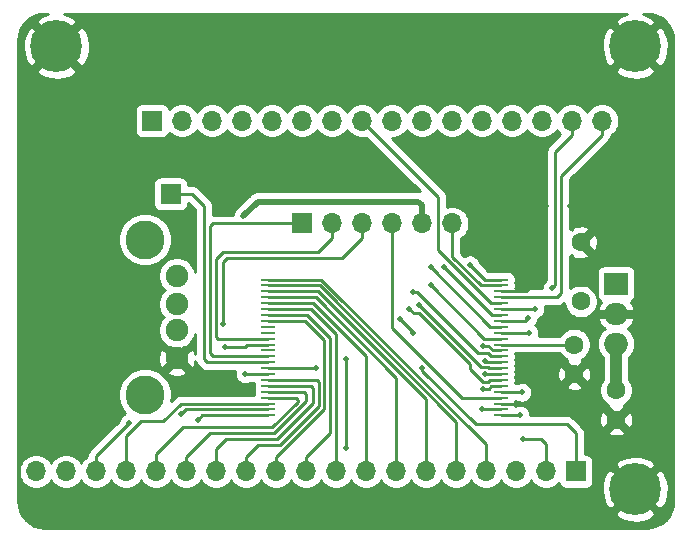
<source format=gbr>
G04 #@! TF.GenerationSoftware,KiCad,Pcbnew,(5.1.5)-3*
G04 #@! TF.CreationDate,2020-02-07T13:22:38-05:00*
G04 #@! TF.ProjectId,Flash Memory BoB,466c6173-6820-44d6-956d-6f727920426f,rev?*
G04 #@! TF.SameCoordinates,Original*
G04 #@! TF.FileFunction,Copper,L1,Top*
G04 #@! TF.FilePolarity,Positive*
%FSLAX46Y46*%
G04 Gerber Fmt 4.6, Leading zero omitted, Abs format (unit mm)*
G04 Created by KiCad (PCBNEW (5.1.5)-3) date 2020-02-07 13:22:38*
%MOMM*%
%LPD*%
G04 APERTURE LIST*
%ADD10O,1.700000X1.700000*%
%ADD11R,1.700000X1.700000*%
%ADD12C,0.700000*%
%ADD13C,4.400000*%
%ADD14C,1.900000*%
%ADD15C,3.300000*%
%ADD16R,1.200899X0.239400*%
%ADD17O,2.000000X1.905000*%
%ADD18R,2.000000X1.905000*%
%ADD19C,1.600000*%
%ADD20C,0.500000*%
%ADD21C,0.254000*%
%ADD22C,1.000000*%
%ADD23C,0.250000*%
%ADD24C,0.500000*%
G04 APERTURE END LIST*
D10*
X116500000Y-53500000D03*
X113960000Y-53500000D03*
X111420000Y-53500000D03*
X108880000Y-53500000D03*
X106340000Y-53500000D03*
D11*
X103800000Y-53500000D03*
D12*
X84166726Y-37333274D03*
X83000000Y-36850000D03*
X81833274Y-37333274D03*
X81350000Y-38500000D03*
X81833274Y-39666726D03*
X83000000Y-40150000D03*
X84166726Y-39666726D03*
X84650000Y-38500000D03*
D13*
X83000000Y-38500000D03*
D12*
X133166726Y-37333274D03*
X132000000Y-36850000D03*
X130833274Y-37333274D03*
X130350000Y-38500000D03*
X130833274Y-39666726D03*
X132000000Y-40150000D03*
X133166726Y-39666726D03*
X133650000Y-38500000D03*
D13*
X132000000Y-38500000D03*
D12*
X133166726Y-74833274D03*
X132000000Y-74350000D03*
X130833274Y-74833274D03*
X130350000Y-76000000D03*
X130833274Y-77166726D03*
X132000000Y-77650000D03*
X133166726Y-77166726D03*
X133650000Y-76000000D03*
D13*
X132000000Y-76000000D03*
D14*
X93210000Y-64930000D03*
X93210000Y-62530000D03*
X93210000Y-60330000D03*
X93210000Y-57930000D03*
D15*
X90500000Y-68000000D03*
X90500000Y-54860000D03*
D16*
X120646048Y-58249999D03*
X120646048Y-58750000D03*
X120646048Y-59249999D03*
X120646048Y-59750001D03*
X120646048Y-60250000D03*
X120646048Y-60749999D03*
X120646048Y-61250000D03*
X120646048Y-61749999D03*
X120646048Y-62250001D03*
X120646048Y-62750000D03*
X120646048Y-63249999D03*
X120646048Y-63750000D03*
X120646048Y-64250000D03*
X120646048Y-64749998D03*
X120646048Y-65250000D03*
X120646048Y-65749999D03*
X120646048Y-66250001D03*
X120646048Y-66750000D03*
X120646048Y-67249999D03*
X120646048Y-67750000D03*
X120646048Y-68249999D03*
X120646048Y-68750001D03*
X120646048Y-69250000D03*
X120646048Y-69749999D03*
X100953952Y-69750001D03*
X100953952Y-69250000D03*
X100953952Y-68750001D03*
X100953952Y-68249999D03*
X100953952Y-67750000D03*
X100953952Y-67250001D03*
X100953952Y-66750000D03*
X100953952Y-66250001D03*
X100953952Y-65749999D03*
X100953952Y-65250000D03*
X100953952Y-64750001D03*
X100953952Y-64250000D03*
X100953952Y-63750000D03*
X100953952Y-63249999D03*
X100953952Y-62750000D03*
X100953952Y-62250001D03*
X100953952Y-61749999D03*
X100953952Y-61250000D03*
X100953952Y-60749999D03*
X100953952Y-60250000D03*
X100953952Y-59750001D03*
X100953952Y-59249999D03*
X100953952Y-58750000D03*
X100953952Y-58250001D03*
D17*
X130400000Y-63680000D03*
X130400000Y-61140000D03*
D18*
X130400000Y-58600000D03*
D10*
X81280000Y-74500000D03*
X83820000Y-74500000D03*
X86360000Y-74500000D03*
X88900000Y-74500000D03*
X91440000Y-74500000D03*
X93980000Y-74500000D03*
X96520000Y-74500000D03*
X99060000Y-74500000D03*
X101600000Y-74500000D03*
X104140000Y-74500000D03*
X106680000Y-74500000D03*
X109220000Y-74500000D03*
X111760000Y-74500000D03*
X114300000Y-74500000D03*
X116840000Y-74500000D03*
X119380000Y-74500000D03*
X121920000Y-74500000D03*
X124460000Y-74500000D03*
D11*
X127000000Y-74500000D03*
D10*
X129200000Y-44800000D03*
X126660000Y-44800000D03*
X124120000Y-44800000D03*
X121580000Y-44800000D03*
X119040000Y-44800000D03*
X116500000Y-44800000D03*
X113960000Y-44800000D03*
X111420000Y-44800000D03*
X108880000Y-44800000D03*
X106340000Y-44800000D03*
X103800000Y-44800000D03*
X101260000Y-44800000D03*
X98720000Y-44800000D03*
X96180000Y-44800000D03*
X93640000Y-44800000D03*
D11*
X91100000Y-44800000D03*
X92675000Y-51000000D03*
D19*
X130400000Y-70100000D03*
X130400000Y-67600000D03*
X127400000Y-55100000D03*
X127400000Y-60100000D03*
X126850000Y-66250000D03*
X126850000Y-63750000D03*
D20*
X124500000Y-52000000D03*
X122900000Y-68750000D03*
X126500000Y-52000000D03*
X123100000Y-58600000D03*
X119000000Y-69250000D03*
X98800000Y-52900000D03*
X97100000Y-62000000D03*
X97300000Y-63950000D03*
X123500000Y-60750000D03*
X125000000Y-59000000D03*
X122900000Y-61500000D03*
X123000000Y-62750000D03*
X119100000Y-63850000D03*
X119269139Y-65102624D03*
X119274452Y-66263036D03*
X119109624Y-67480210D03*
X115800000Y-57200000D03*
X114700000Y-57200000D03*
X114700000Y-58700000D03*
X113200000Y-59300000D03*
X113700000Y-60400000D03*
X112900000Y-60700000D03*
X122400000Y-67800000D03*
X113200000Y-62800000D03*
X112100000Y-61600000D03*
X122250000Y-69750000D03*
X95000000Y-70100000D03*
X89150000Y-70400000D03*
X93550000Y-69650000D03*
X107500000Y-65000000D03*
X107500000Y-72500000D03*
X118004366Y-56995634D03*
X122500000Y-71750000D03*
X99000000Y-66250000D03*
X105000000Y-65750000D03*
X114000000Y-65750000D03*
D21*
X121949999Y-59249999D02*
X121950000Y-59250000D01*
X122899999Y-68750001D02*
X122900000Y-68750000D01*
X120646048Y-68750001D02*
X122899999Y-68750001D01*
X122750001Y-59249999D02*
X122600001Y-59249999D01*
X122600001Y-59249999D02*
X120646048Y-59249999D01*
X123100000Y-58900000D02*
X122750001Y-59249999D01*
X123100000Y-58600000D02*
X123100000Y-58900000D01*
D22*
X130400000Y-63680000D02*
X130400000Y-67600000D01*
D23*
X124700000Y-63750000D02*
X126850000Y-63750000D01*
X120646048Y-63750000D02*
X124700000Y-63750000D01*
D21*
X95750000Y-65250000D02*
X100953952Y-65250000D01*
X95500000Y-65000000D02*
X95750000Y-65250000D01*
X95500000Y-52000000D02*
X95500000Y-65000000D01*
X92675000Y-51000000D02*
X94500000Y-51000000D01*
X94500000Y-51000000D02*
X95500000Y-52000000D01*
X116500000Y-56311809D02*
X118938191Y-58750000D01*
X119791599Y-58750000D02*
X120646048Y-58750000D01*
X118938191Y-58750000D02*
X119791599Y-58750000D01*
X116500000Y-53500000D02*
X116500000Y-56311809D01*
X119000000Y-69250000D02*
X120646048Y-69250000D01*
D24*
X100050000Y-51650000D02*
X98800000Y-52900000D01*
X113960000Y-53500000D02*
X113960000Y-51960000D01*
X113650000Y-51650000D02*
X100050000Y-51650000D01*
X113960000Y-51960000D02*
X113650000Y-51650000D01*
D21*
X111420000Y-53500000D02*
X111420000Y-62320000D01*
X111420000Y-62320000D02*
X117350000Y-68250000D01*
X119791599Y-68249999D02*
X120646048Y-68249999D01*
X117350000Y-68250000D02*
X119791599Y-68249999D01*
X108880000Y-54702081D02*
X107182081Y-56400000D01*
X108880000Y-53500000D02*
X108880000Y-54702081D01*
X107182081Y-56400000D02*
X97450000Y-56400000D01*
X97450000Y-56400000D02*
X97100000Y-56750000D01*
X97100000Y-56750000D02*
X97100000Y-62000000D01*
X99150000Y-63750000D02*
X100953952Y-63750000D01*
X97300000Y-63950000D02*
X98950000Y-63950000D01*
X98950000Y-63950000D02*
X99150000Y-63750000D01*
X106340000Y-54702081D02*
X105142081Y-55900000D01*
X106340000Y-53500000D02*
X106340000Y-54702081D01*
X105142081Y-55900000D02*
X97100000Y-55900000D01*
X97100000Y-55900000D02*
X96500000Y-56500000D01*
X96500000Y-56500000D02*
X96500000Y-63100000D01*
X96649999Y-63249999D02*
X100953952Y-63249999D01*
X96500000Y-63100000D02*
X96649999Y-63249999D01*
X96000000Y-53750000D02*
X96000000Y-64500000D01*
X96250001Y-64750001D02*
X100953952Y-64750001D01*
X96000000Y-64500000D02*
X96250001Y-64750001D01*
X103800000Y-53500000D02*
X96250000Y-53500000D01*
X96250000Y-53500000D02*
X96000000Y-53750000D01*
X129200000Y-46002081D02*
X125750000Y-49452081D01*
X129200000Y-44800000D02*
X129200000Y-46002081D01*
X125750000Y-49452081D02*
X125750000Y-59400000D01*
X125399999Y-59750001D02*
X120646048Y-59750001D01*
X125750000Y-59400000D02*
X125399999Y-59750001D01*
X123146446Y-60749999D02*
X120646048Y-60749999D01*
X123500000Y-60750000D02*
X123146446Y-60749999D01*
X126660000Y-44800000D02*
X126660000Y-46002081D01*
X126660000Y-46002081D02*
X125250000Y-47412081D01*
X125250000Y-47412081D02*
X125250000Y-58750000D01*
X125250000Y-58750000D02*
X125000000Y-59000000D01*
X122650001Y-61749999D02*
X120646048Y-61749999D01*
X122900000Y-61500000D02*
X122650001Y-61749999D01*
X123000000Y-62750000D02*
X120646048Y-62750000D01*
X119538194Y-63850000D02*
X119938194Y-64250000D01*
X119938194Y-64250000D02*
X120646048Y-64250000D01*
X119100000Y-63850000D02*
X119538194Y-63850000D01*
X119791599Y-65250000D02*
X119767222Y-65225623D01*
X119767222Y-65225623D02*
X119392138Y-65225623D01*
X119392138Y-65225623D02*
X119269139Y-65102624D01*
X120646048Y-65250000D02*
X119791599Y-65250000D01*
X119287487Y-66250001D02*
X119274452Y-66263036D01*
X120646048Y-66250001D02*
X119287487Y-66250001D01*
X120646048Y-67249999D02*
X119831538Y-67249999D01*
X119463177Y-67480210D02*
X119109624Y-67480210D01*
X119601327Y-67480210D02*
X119463177Y-67480210D01*
X119831538Y-67249999D02*
X119601327Y-67480210D01*
X119791599Y-60250000D02*
X120646048Y-60250000D01*
X115319799Y-55778200D02*
X119791599Y-60250000D01*
X115319799Y-51239799D02*
X115319799Y-55778200D01*
X108880000Y-44800000D02*
X115319799Y-51239799D01*
X119850000Y-61250000D02*
X120646048Y-61250000D01*
X115800000Y-57200000D02*
X119850000Y-61250000D01*
X119750001Y-62250001D02*
X120646048Y-62250001D01*
X114700000Y-57200000D02*
X119750001Y-62250001D01*
X119249999Y-63249999D02*
X120646048Y-63249999D01*
X114700000Y-58700000D02*
X119249999Y-63249999D01*
X119791599Y-64749998D02*
X120646048Y-64749998D01*
X113200000Y-59300000D02*
X113553553Y-59300000D01*
X119511772Y-64470171D02*
X119791599Y-64749998D01*
X113553553Y-59300000D02*
X118723724Y-64470171D01*
X118723724Y-64470171D02*
X119511772Y-64470171D01*
X118982834Y-65682834D02*
X119552950Y-65682834D01*
X119552950Y-65682834D02*
X119620115Y-65749999D01*
X113700000Y-60400000D02*
X118982834Y-65682834D01*
X119791599Y-65749999D02*
X120646048Y-65749999D01*
X119620115Y-65749999D02*
X119791599Y-65749999D01*
X112900000Y-60700000D02*
X113300000Y-61100000D01*
X113300000Y-61100000D02*
X113700000Y-61100000D01*
X113700000Y-61100000D02*
X118000000Y-65400000D01*
X118000000Y-65400000D02*
X118000000Y-65809125D01*
X118000000Y-65809125D02*
X119090875Y-66900000D01*
X119791599Y-66750000D02*
X120646048Y-66750000D01*
X119684944Y-66750000D02*
X119791599Y-66750000D01*
X119090875Y-66900000D02*
X119534944Y-66900000D01*
X119534944Y-66900000D02*
X119684944Y-66750000D01*
X120646048Y-67750000D02*
X122350000Y-67750000D01*
X122350000Y-67750000D02*
X122400000Y-67800000D01*
X113200000Y-62800000D02*
X113200000Y-62700000D01*
X113200000Y-62700000D02*
X112100000Y-61600000D01*
X120646049Y-69750000D02*
X120646048Y-69749999D01*
X122250000Y-69750000D02*
X120646049Y-69750000D01*
X95349999Y-69750001D02*
X100953952Y-69750001D01*
X95000000Y-70100000D02*
X95349999Y-69750001D01*
X86360000Y-74500000D02*
X86360000Y-73190000D01*
X86360000Y-73190000D02*
X89150000Y-70400000D01*
X93950000Y-69250000D02*
X100953952Y-69250000D01*
X93550000Y-69650000D02*
X93950000Y-69250000D01*
X93549999Y-68750001D02*
X100953952Y-68750001D01*
X92050000Y-70250000D02*
X93549999Y-68750001D01*
X88900000Y-74500000D02*
X88900000Y-71500000D01*
X90150000Y-70250000D02*
X92050000Y-70250000D01*
X88900000Y-71500000D02*
X90150000Y-70250000D01*
X91440000Y-74500000D02*
X91440000Y-73060000D01*
X91440000Y-73060000D02*
X93750000Y-70750000D01*
X93750000Y-70750000D02*
X101300000Y-70750000D01*
X101300000Y-70750000D02*
X103450000Y-68600000D01*
X103450000Y-68600000D02*
X103450000Y-68450000D01*
X103249999Y-68249999D02*
X100953952Y-68249999D01*
X103450000Y-68450000D02*
X103249999Y-68249999D01*
X93980000Y-73297919D02*
X96027919Y-71250000D01*
X93980000Y-74500000D02*
X93980000Y-73297919D01*
X96027919Y-71250000D02*
X101450000Y-71250000D01*
X101450000Y-71250000D02*
X104150000Y-68550000D01*
X104150000Y-68550000D02*
X104150000Y-67950000D01*
X103950000Y-67750000D02*
X100953952Y-67750000D01*
X104150000Y-67950000D02*
X103950000Y-67750000D01*
X96520000Y-74500000D02*
X96520000Y-72630000D01*
X96520000Y-72630000D02*
X97400000Y-71750000D01*
X97400000Y-71750000D02*
X101650000Y-71750000D01*
X101650000Y-71750000D02*
X104700000Y-68700000D01*
X104700000Y-68700000D02*
X104700000Y-67400000D01*
X104550001Y-67250001D02*
X100953952Y-67250001D01*
X104700000Y-67400000D02*
X104550001Y-67250001D01*
X99060000Y-73297919D02*
X100107919Y-72250000D01*
X99060000Y-74500000D02*
X99060000Y-73297919D01*
X100107919Y-72250000D02*
X101900000Y-72250000D01*
X101900000Y-72250000D02*
X105200000Y-68950000D01*
X105200000Y-68950000D02*
X105200000Y-66900000D01*
X105050000Y-66750000D02*
X100953952Y-66750000D01*
X105200000Y-66900000D02*
X105050000Y-66750000D01*
X101600000Y-73297919D02*
X105700000Y-69197919D01*
X101600000Y-74500000D02*
X101600000Y-73297919D01*
X105700000Y-69197919D02*
X105700000Y-63400000D01*
X105700000Y-63400000D02*
X104050000Y-61750000D01*
X101808401Y-61749999D02*
X100953952Y-61749999D01*
X104050000Y-61750000D02*
X101808401Y-61749999D01*
X104140000Y-73297919D02*
X106200000Y-71237919D01*
X104140000Y-74500000D02*
X104140000Y-73297919D01*
X106200000Y-71237919D02*
X106200000Y-63200000D01*
X104250000Y-61250000D02*
X100953952Y-61250000D01*
X106200000Y-63200000D02*
X104250000Y-61250000D01*
X106680000Y-74500000D02*
X106680000Y-62880000D01*
X106680000Y-62880000D02*
X104550000Y-60750000D01*
X101808401Y-60749999D02*
X100953952Y-60749999D01*
X104550000Y-60750000D02*
X101808401Y-60749999D01*
X109220000Y-73297919D02*
X109250000Y-73267919D01*
X109220000Y-74500000D02*
X109220000Y-73297919D01*
X109250000Y-73267919D02*
X109250000Y-64750000D01*
X109250000Y-64750000D02*
X104750000Y-60250000D01*
X104750000Y-60250000D02*
X100953952Y-60250000D01*
X111760000Y-73297919D02*
X111750000Y-73287919D01*
X111760000Y-74500000D02*
X111760000Y-73297919D01*
X111760000Y-73297919D02*
X111760000Y-66560000D01*
X104950001Y-59750001D02*
X100953952Y-59750001D01*
X111760000Y-66560000D02*
X104950001Y-59750001D01*
X114300000Y-74500000D02*
X114300000Y-68400000D01*
X105149999Y-59249999D02*
X100953952Y-59249999D01*
X114300000Y-68400000D02*
X105149999Y-59249999D01*
X105300000Y-58750000D02*
X100953952Y-58750000D01*
X116850000Y-70300000D02*
X105300000Y-58750000D01*
X116850000Y-73287919D02*
X116850000Y-70300000D01*
X116840000Y-74500000D02*
X116840000Y-73297919D01*
X116840000Y-73297919D02*
X116850000Y-73287919D01*
X119380000Y-74500000D02*
X119380000Y-72180000D01*
X105450001Y-58250001D02*
X100953952Y-58250001D01*
X119380000Y-72180000D02*
X105450001Y-58250001D01*
X107500000Y-65000000D02*
X107500000Y-72500000D01*
X120646048Y-58249999D02*
X119258731Y-58249999D01*
X119258731Y-58249999D02*
X118004366Y-56995634D01*
X124460000Y-74500000D02*
X124460000Y-72210000D01*
X124460000Y-72210000D02*
X124000000Y-71750000D01*
X124000000Y-71750000D02*
X122500000Y-71750000D01*
X100953951Y-66250000D02*
X100953952Y-66250001D01*
X99000000Y-66250000D02*
X100953951Y-66250000D01*
X104646446Y-65749999D02*
X100953952Y-65749999D01*
X105000000Y-65750000D02*
X104646446Y-65749999D01*
X127000000Y-73396000D02*
X127000000Y-74500000D01*
X127000000Y-71250000D02*
X127000000Y-73396000D01*
X114000000Y-65750000D02*
X114000000Y-66000000D01*
X118500000Y-70500000D02*
X126250000Y-70500000D01*
X114000000Y-66000000D02*
X118500000Y-70500000D01*
X126250000Y-70500000D02*
X127000000Y-71250000D01*
G36*
X81787876Y-35930913D02*
G01*
X81537302Y-36064847D01*
X81285657Y-36434932D01*
X81433142Y-36582417D01*
X81429328Y-36613958D01*
X81833274Y-37017904D01*
X81850952Y-37000227D01*
X82166322Y-37315597D01*
X82148644Y-37333274D01*
X82552590Y-37737220D01*
X82584131Y-37733406D01*
X83000000Y-38149275D01*
X83415869Y-37733406D01*
X83447410Y-37737220D01*
X83851356Y-37333274D01*
X83833679Y-37315597D01*
X84149049Y-37000227D01*
X84166726Y-37017904D01*
X84570672Y-36613958D01*
X84566858Y-36582417D01*
X84714343Y-36434932D01*
X84462698Y-36064847D01*
X83959517Y-35826279D01*
X83664159Y-35752000D01*
X131289393Y-35752000D01*
X130787876Y-35930913D01*
X130537302Y-36064847D01*
X130285657Y-36434932D01*
X130433142Y-36582417D01*
X130429328Y-36613958D01*
X130833274Y-37017904D01*
X130850952Y-37000227D01*
X131166322Y-37315597D01*
X131148644Y-37333274D01*
X131552590Y-37737220D01*
X131584131Y-37733406D01*
X132000000Y-38149275D01*
X132415869Y-37733406D01*
X132447410Y-37737220D01*
X132851356Y-37333274D01*
X132833679Y-37315597D01*
X133149049Y-37000227D01*
X133166726Y-37017904D01*
X133570672Y-36613958D01*
X133566858Y-36582417D01*
X133714343Y-36434932D01*
X133462698Y-36064847D01*
X132959517Y-35826279D01*
X132664159Y-35752000D01*
X132963220Y-35752000D01*
X133435940Y-35798351D01*
X133855271Y-35924954D01*
X134242030Y-36130597D01*
X134581476Y-36407443D01*
X134860687Y-36744951D01*
X135069024Y-37130263D01*
X135198554Y-37548704D01*
X135248000Y-38019165D01*
X135248001Y-76963210D01*
X135201649Y-77435941D01*
X135075046Y-77855271D01*
X134869404Y-78242028D01*
X134592557Y-78581476D01*
X134255049Y-78860687D01*
X133869737Y-79069024D01*
X133451297Y-79198553D01*
X132980844Y-79248000D01*
X82036780Y-79248000D01*
X81564059Y-79201649D01*
X81144729Y-79075046D01*
X80757972Y-78869404D01*
X80418524Y-78592557D01*
X80139313Y-78255049D01*
X80036591Y-78065068D01*
X130285657Y-78065068D01*
X130537302Y-78435153D01*
X131040483Y-78673721D01*
X131580536Y-78809538D01*
X132136710Y-78837387D01*
X132687630Y-78756197D01*
X133212124Y-78569087D01*
X133462698Y-78435153D01*
X133714343Y-78065068D01*
X133566858Y-77917583D01*
X133570672Y-77886042D01*
X133166726Y-77482096D01*
X133149049Y-77499774D01*
X132833679Y-77184404D01*
X132851356Y-77166726D01*
X132447410Y-76762780D01*
X132415869Y-76766594D01*
X132000000Y-76350725D01*
X131584131Y-76766594D01*
X131552590Y-76762780D01*
X131148644Y-77166726D01*
X131166322Y-77184404D01*
X130850952Y-77499774D01*
X130833274Y-77482096D01*
X130429328Y-77886042D01*
X130433142Y-77917583D01*
X130285657Y-78065068D01*
X80036591Y-78065068D01*
X79930976Y-77869737D01*
X79801447Y-77451297D01*
X79752000Y-76980844D01*
X79752000Y-76136710D01*
X129162613Y-76136710D01*
X129243803Y-76687630D01*
X129430913Y-77212124D01*
X129564847Y-77462698D01*
X129934932Y-77714343D01*
X130082417Y-77566858D01*
X130113958Y-77570672D01*
X130517904Y-77166726D01*
X130500227Y-77149049D01*
X130815597Y-76833679D01*
X130833274Y-76851356D01*
X131237220Y-76447410D01*
X131233406Y-76415869D01*
X131649275Y-76000000D01*
X132350725Y-76000000D01*
X132766594Y-76415869D01*
X132762780Y-76447410D01*
X133166726Y-76851356D01*
X133184404Y-76833679D01*
X133499774Y-77149049D01*
X133482096Y-77166726D01*
X133886042Y-77570672D01*
X133917583Y-77566858D01*
X134065068Y-77714343D01*
X134435153Y-77462698D01*
X134673721Y-76959517D01*
X134809538Y-76419464D01*
X134837387Y-75863290D01*
X134756197Y-75312370D01*
X134569087Y-74787876D01*
X134435153Y-74537302D01*
X134065068Y-74285657D01*
X133917583Y-74433142D01*
X133886042Y-74429328D01*
X133482096Y-74833274D01*
X133499774Y-74850952D01*
X133184404Y-75166322D01*
X133166726Y-75148644D01*
X132762780Y-75552590D01*
X132766594Y-75584131D01*
X132350725Y-76000000D01*
X131649275Y-76000000D01*
X131233406Y-75584131D01*
X131237220Y-75552590D01*
X130833274Y-75148644D01*
X130815597Y-75166322D01*
X130500227Y-74850952D01*
X130517904Y-74833274D01*
X130113958Y-74429328D01*
X130082417Y-74433142D01*
X129934932Y-74285657D01*
X129564847Y-74537302D01*
X129326279Y-75040483D01*
X129190462Y-75580536D01*
X129162613Y-76136710D01*
X79752000Y-76136710D01*
X79752000Y-74354528D01*
X79803000Y-74354528D01*
X79803000Y-74645472D01*
X79859760Y-74930825D01*
X79971099Y-75199622D01*
X80132739Y-75441533D01*
X80338467Y-75647261D01*
X80580378Y-75808901D01*
X80849175Y-75920240D01*
X81134528Y-75977000D01*
X81425472Y-75977000D01*
X81710825Y-75920240D01*
X81979622Y-75808901D01*
X82221533Y-75647261D01*
X82427261Y-75441533D01*
X82550000Y-75257841D01*
X82672739Y-75441533D01*
X82878467Y-75647261D01*
X83120378Y-75808901D01*
X83389175Y-75920240D01*
X83674528Y-75977000D01*
X83965472Y-75977000D01*
X84250825Y-75920240D01*
X84519622Y-75808901D01*
X84761533Y-75647261D01*
X84967261Y-75441533D01*
X85090000Y-75257841D01*
X85212739Y-75441533D01*
X85418467Y-75647261D01*
X85660378Y-75808901D01*
X85929175Y-75920240D01*
X86214528Y-75977000D01*
X86505472Y-75977000D01*
X86790825Y-75920240D01*
X87059622Y-75808901D01*
X87301533Y-75647261D01*
X87507261Y-75441533D01*
X87630000Y-75257841D01*
X87752739Y-75441533D01*
X87958467Y-75647261D01*
X88200378Y-75808901D01*
X88469175Y-75920240D01*
X88754528Y-75977000D01*
X89045472Y-75977000D01*
X89330825Y-75920240D01*
X89599622Y-75808901D01*
X89841533Y-75647261D01*
X90047261Y-75441533D01*
X90170000Y-75257841D01*
X90292739Y-75441533D01*
X90498467Y-75647261D01*
X90740378Y-75808901D01*
X91009175Y-75920240D01*
X91294528Y-75977000D01*
X91585472Y-75977000D01*
X91870825Y-75920240D01*
X92139622Y-75808901D01*
X92381533Y-75647261D01*
X92587261Y-75441533D01*
X92710000Y-75257841D01*
X92832739Y-75441533D01*
X93038467Y-75647261D01*
X93280378Y-75808901D01*
X93549175Y-75920240D01*
X93834528Y-75977000D01*
X94125472Y-75977000D01*
X94410825Y-75920240D01*
X94679622Y-75808901D01*
X94921533Y-75647261D01*
X95127261Y-75441533D01*
X95250000Y-75257841D01*
X95372739Y-75441533D01*
X95578467Y-75647261D01*
X95820378Y-75808901D01*
X96089175Y-75920240D01*
X96374528Y-75977000D01*
X96665472Y-75977000D01*
X96950825Y-75920240D01*
X97219622Y-75808901D01*
X97461533Y-75647261D01*
X97667261Y-75441533D01*
X97790000Y-75257841D01*
X97912739Y-75441533D01*
X98118467Y-75647261D01*
X98360378Y-75808901D01*
X98629175Y-75920240D01*
X98914528Y-75977000D01*
X99205472Y-75977000D01*
X99490825Y-75920240D01*
X99759622Y-75808901D01*
X100001533Y-75647261D01*
X100207261Y-75441533D01*
X100330000Y-75257841D01*
X100452739Y-75441533D01*
X100658467Y-75647261D01*
X100900378Y-75808901D01*
X101169175Y-75920240D01*
X101454528Y-75977000D01*
X101745472Y-75977000D01*
X102030825Y-75920240D01*
X102299622Y-75808901D01*
X102541533Y-75647261D01*
X102747261Y-75441533D01*
X102870000Y-75257841D01*
X102992739Y-75441533D01*
X103198467Y-75647261D01*
X103440378Y-75808901D01*
X103709175Y-75920240D01*
X103994528Y-75977000D01*
X104285472Y-75977000D01*
X104570825Y-75920240D01*
X104839622Y-75808901D01*
X105081533Y-75647261D01*
X105287261Y-75441533D01*
X105410000Y-75257841D01*
X105532739Y-75441533D01*
X105738467Y-75647261D01*
X105980378Y-75808901D01*
X106249175Y-75920240D01*
X106534528Y-75977000D01*
X106825472Y-75977000D01*
X107110825Y-75920240D01*
X107379622Y-75808901D01*
X107621533Y-75647261D01*
X107827261Y-75441533D01*
X107950000Y-75257841D01*
X108072739Y-75441533D01*
X108278467Y-75647261D01*
X108520378Y-75808901D01*
X108789175Y-75920240D01*
X109074528Y-75977000D01*
X109365472Y-75977000D01*
X109650825Y-75920240D01*
X109919622Y-75808901D01*
X110161533Y-75647261D01*
X110367261Y-75441533D01*
X110490000Y-75257841D01*
X110612739Y-75441533D01*
X110818467Y-75647261D01*
X111060378Y-75808901D01*
X111329175Y-75920240D01*
X111614528Y-75977000D01*
X111905472Y-75977000D01*
X112190825Y-75920240D01*
X112459622Y-75808901D01*
X112701533Y-75647261D01*
X112907261Y-75441533D01*
X113030000Y-75257841D01*
X113152739Y-75441533D01*
X113358467Y-75647261D01*
X113600378Y-75808901D01*
X113869175Y-75920240D01*
X114154528Y-75977000D01*
X114445472Y-75977000D01*
X114730825Y-75920240D01*
X114999622Y-75808901D01*
X115241533Y-75647261D01*
X115447261Y-75441533D01*
X115570000Y-75257841D01*
X115692739Y-75441533D01*
X115898467Y-75647261D01*
X116140378Y-75808901D01*
X116409175Y-75920240D01*
X116694528Y-75977000D01*
X116985472Y-75977000D01*
X117270825Y-75920240D01*
X117539622Y-75808901D01*
X117781533Y-75647261D01*
X117987261Y-75441533D01*
X118110000Y-75257841D01*
X118232739Y-75441533D01*
X118438467Y-75647261D01*
X118680378Y-75808901D01*
X118949175Y-75920240D01*
X119234528Y-75977000D01*
X119525472Y-75977000D01*
X119810825Y-75920240D01*
X120079622Y-75808901D01*
X120321533Y-75647261D01*
X120527261Y-75441533D01*
X120650000Y-75257841D01*
X120772739Y-75441533D01*
X120978467Y-75647261D01*
X121220378Y-75808901D01*
X121489175Y-75920240D01*
X121774528Y-75977000D01*
X122065472Y-75977000D01*
X122350825Y-75920240D01*
X122619622Y-75808901D01*
X122861533Y-75647261D01*
X123067261Y-75441533D01*
X123190000Y-75257841D01*
X123312739Y-75441533D01*
X123518467Y-75647261D01*
X123760378Y-75808901D01*
X124029175Y-75920240D01*
X124314528Y-75977000D01*
X124605472Y-75977000D01*
X124890825Y-75920240D01*
X125159622Y-75808901D01*
X125401533Y-75647261D01*
X125542269Y-75506525D01*
X125567925Y-75591103D01*
X125626147Y-75700028D01*
X125704499Y-75795501D01*
X125799972Y-75873853D01*
X125908897Y-75932075D01*
X126027087Y-75967927D01*
X126150000Y-75980033D01*
X127850000Y-75980033D01*
X127972913Y-75967927D01*
X128091103Y-75932075D01*
X128200028Y-75873853D01*
X128295501Y-75795501D01*
X128373853Y-75700028D01*
X128432075Y-75591103D01*
X128467927Y-75472913D01*
X128480033Y-75350000D01*
X128480033Y-73934932D01*
X130285657Y-73934932D01*
X130433142Y-74082417D01*
X130429328Y-74113958D01*
X130833274Y-74517904D01*
X130850952Y-74500227D01*
X131166322Y-74815597D01*
X131148644Y-74833274D01*
X131552590Y-75237220D01*
X131584131Y-75233406D01*
X132000000Y-75649275D01*
X132415869Y-75233406D01*
X132447410Y-75237220D01*
X132851356Y-74833274D01*
X132833679Y-74815597D01*
X133149049Y-74500227D01*
X133166726Y-74517904D01*
X133570672Y-74113958D01*
X133566858Y-74082417D01*
X133714343Y-73934932D01*
X133462698Y-73564847D01*
X132959517Y-73326279D01*
X132419464Y-73190462D01*
X131863290Y-73162613D01*
X131312370Y-73243803D01*
X130787876Y-73430913D01*
X130537302Y-73564847D01*
X130285657Y-73934932D01*
X128480033Y-73934932D01*
X128480033Y-73650000D01*
X128467927Y-73527087D01*
X128432075Y-73408897D01*
X128373853Y-73299972D01*
X128295501Y-73204499D01*
X128200028Y-73126147D01*
X128091103Y-73067925D01*
X127972913Y-73032073D01*
X127850000Y-73019967D01*
X127754000Y-73019967D01*
X127754000Y-71287028D01*
X127757647Y-71249999D01*
X127754000Y-71212971D01*
X127754000Y-71212961D01*
X127748908Y-71161258D01*
X129689467Y-71161258D01*
X129770509Y-71388342D01*
X130033948Y-71486395D01*
X130311453Y-71531169D01*
X130592361Y-71520944D01*
X130865878Y-71456113D01*
X131029491Y-71388342D01*
X131110533Y-71161258D01*
X130400000Y-70450725D01*
X129689467Y-71161258D01*
X127748908Y-71161258D01*
X127743090Y-71102190D01*
X127699975Y-70960061D01*
X127629961Y-70829073D01*
X127535738Y-70714262D01*
X127506968Y-70690651D01*
X126827770Y-70011453D01*
X128968831Y-70011453D01*
X128979056Y-70292361D01*
X129043887Y-70565878D01*
X129111658Y-70729491D01*
X129338742Y-70810533D01*
X130049275Y-70100000D01*
X130750725Y-70100000D01*
X131461258Y-70810533D01*
X131688342Y-70729491D01*
X131786395Y-70466052D01*
X131831169Y-70188547D01*
X131820944Y-69907639D01*
X131756113Y-69634122D01*
X131688342Y-69470509D01*
X131461258Y-69389467D01*
X130750725Y-70100000D01*
X130049275Y-70100000D01*
X129338742Y-69389467D01*
X129111658Y-69470509D01*
X129013605Y-69733948D01*
X128968831Y-70011453D01*
X126827770Y-70011453D01*
X126809353Y-69993037D01*
X126785738Y-69964262D01*
X126670927Y-69870039D01*
X126539939Y-69800025D01*
X126397810Y-69756910D01*
X126287039Y-69746000D01*
X126287031Y-69746000D01*
X126250000Y-69742353D01*
X126212969Y-69746000D01*
X123127000Y-69746000D01*
X123127000Y-69663623D01*
X123093297Y-69494189D01*
X123027187Y-69334585D01*
X122931210Y-69190945D01*
X122809055Y-69068790D01*
X122665415Y-68972813D01*
X122505811Y-68906703D01*
X122336377Y-68873000D01*
X122163623Y-68873000D01*
X121994189Y-68906703D01*
X121867254Y-68959281D01*
X121873497Y-68906751D01*
X121797142Y-68830396D01*
X121770350Y-68780272D01*
X121745506Y-68750000D01*
X121770350Y-68719727D01*
X121797139Y-68669609D01*
X121873497Y-68593251D01*
X121862890Y-68504000D01*
X121875053Y-68504000D01*
X121984585Y-68577187D01*
X122144189Y-68643297D01*
X122313623Y-68677000D01*
X122486377Y-68677000D01*
X122655811Y-68643297D01*
X122815415Y-68577187D01*
X122959055Y-68481210D01*
X123081210Y-68359055D01*
X123177187Y-68215415D01*
X123243297Y-68055811D01*
X123277000Y-67886377D01*
X123277000Y-67713623D01*
X123243297Y-67544189D01*
X123177187Y-67384585D01*
X123128192Y-67311258D01*
X126139467Y-67311258D01*
X126220509Y-67538342D01*
X126483948Y-67636395D01*
X126761453Y-67681169D01*
X127042361Y-67670944D01*
X127315878Y-67606113D01*
X127479491Y-67538342D01*
X127560533Y-67311258D01*
X126850000Y-66600725D01*
X126139467Y-67311258D01*
X123128192Y-67311258D01*
X123081210Y-67240945D01*
X122959055Y-67118790D01*
X122815415Y-67022813D01*
X122655811Y-66956703D01*
X122486377Y-66923000D01*
X122313623Y-66923000D01*
X122144189Y-66956703D01*
X122049317Y-66996000D01*
X121863397Y-66996000D01*
X121864424Y-66992613D01*
X121876530Y-66869700D01*
X121876530Y-66630300D01*
X121864424Y-66507387D01*
X121862183Y-66500001D01*
X121864424Y-66492614D01*
X121876530Y-66369701D01*
X121876530Y-66161453D01*
X125418831Y-66161453D01*
X125429056Y-66442361D01*
X125493887Y-66715878D01*
X125561658Y-66879491D01*
X125788742Y-66960533D01*
X126499275Y-66250000D01*
X127200725Y-66250000D01*
X127911258Y-66960533D01*
X128138342Y-66879491D01*
X128236395Y-66616052D01*
X128281169Y-66338547D01*
X128270944Y-66057639D01*
X128206113Y-65784122D01*
X128138342Y-65620509D01*
X127911258Y-65539467D01*
X127200725Y-66250000D01*
X126499275Y-66250000D01*
X125788742Y-65539467D01*
X125561658Y-65620509D01*
X125463605Y-65883948D01*
X125418831Y-66161453D01*
X121876530Y-66161453D01*
X121876530Y-66130301D01*
X121864424Y-66007388D01*
X121862183Y-66000000D01*
X121864424Y-65992612D01*
X121876530Y-65869699D01*
X121876530Y-65630299D01*
X121864424Y-65507386D01*
X121862183Y-65500000D01*
X121864424Y-65492613D01*
X121876530Y-65369700D01*
X121876530Y-65130300D01*
X121864424Y-65007387D01*
X121862183Y-64999999D01*
X121864424Y-64992611D01*
X121876530Y-64869698D01*
X121876530Y-64630298D01*
X121864424Y-64507385D01*
X121862791Y-64502000D01*
X125636232Y-64502000D01*
X125741576Y-64659660D01*
X125940340Y-64858424D01*
X126174062Y-65014591D01*
X126198069Y-65024535D01*
X126139467Y-65188742D01*
X126850000Y-65899275D01*
X127560533Y-65188742D01*
X127501931Y-65024535D01*
X127525938Y-65014591D01*
X127759660Y-64858424D01*
X127958424Y-64659660D01*
X128114591Y-64425938D01*
X128222162Y-64166241D01*
X128277000Y-63890547D01*
X128277000Y-63680000D01*
X128765358Y-63680000D01*
X128795854Y-63989636D01*
X128886172Y-64287373D01*
X129032840Y-64561769D01*
X129230221Y-64802279D01*
X129273000Y-64837387D01*
X129273001Y-66718140D01*
X129135409Y-66924062D01*
X129027838Y-67183759D01*
X128973000Y-67459453D01*
X128973000Y-67740547D01*
X129027838Y-68016241D01*
X129135409Y-68275938D01*
X129291576Y-68509660D01*
X129490340Y-68708424D01*
X129724062Y-68864591D01*
X129748069Y-68874535D01*
X129689467Y-69038742D01*
X130400000Y-69749275D01*
X131110533Y-69038742D01*
X131051931Y-68874535D01*
X131075938Y-68864591D01*
X131309660Y-68708424D01*
X131508424Y-68509660D01*
X131664591Y-68275938D01*
X131772162Y-68016241D01*
X131827000Y-67740547D01*
X131827000Y-67459453D01*
X131772162Y-67183759D01*
X131664591Y-66924062D01*
X131527000Y-66718141D01*
X131527000Y-64837387D01*
X131569779Y-64802279D01*
X131767160Y-64561769D01*
X131913828Y-64287373D01*
X132004146Y-63989636D01*
X132034642Y-63680000D01*
X132004146Y-63370364D01*
X131913828Y-63072627D01*
X131767160Y-62798231D01*
X131569779Y-62557721D01*
X131381904Y-62403536D01*
X131435479Y-62368502D01*
X131656164Y-62152152D01*
X131830401Y-61896905D01*
X131949408Y-61628970D01*
X131848469Y-61388000D01*
X130648000Y-61388000D01*
X130648000Y-61408000D01*
X130152000Y-61408000D01*
X130152000Y-61388000D01*
X128951531Y-61388000D01*
X128850592Y-61628970D01*
X128969599Y-61896905D01*
X129143836Y-62152152D01*
X129364521Y-62368502D01*
X129418096Y-62403536D01*
X129230221Y-62557721D01*
X129032840Y-62798231D01*
X128886172Y-63072627D01*
X128795854Y-63370364D01*
X128765358Y-63680000D01*
X128277000Y-63680000D01*
X128277000Y-63609453D01*
X128222162Y-63333759D01*
X128114591Y-63074062D01*
X127958424Y-62840340D01*
X127759660Y-62641576D01*
X127525938Y-62485409D01*
X127266241Y-62377838D01*
X126990547Y-62323000D01*
X126709453Y-62323000D01*
X126433759Y-62377838D01*
X126174062Y-62485409D01*
X125940340Y-62641576D01*
X125741576Y-62840340D01*
X125636232Y-62998000D01*
X123844851Y-62998000D01*
X123877000Y-62836377D01*
X123877000Y-62663623D01*
X123843297Y-62494189D01*
X123777187Y-62334585D01*
X123681210Y-62190945D01*
X123565265Y-62075000D01*
X123581210Y-62059055D01*
X123677187Y-61915415D01*
X123743297Y-61755811D01*
X123777000Y-61586377D01*
X123777000Y-61584520D01*
X123915415Y-61527187D01*
X124059055Y-61431210D01*
X124181210Y-61309055D01*
X124277187Y-61165415D01*
X124343297Y-61005811D01*
X124377000Y-60836377D01*
X124377000Y-60663623D01*
X124345249Y-60504001D01*
X125362968Y-60504001D01*
X125399999Y-60507648D01*
X125437030Y-60504001D01*
X125437038Y-60504001D01*
X125547809Y-60493091D01*
X125689938Y-60449976D01*
X125820926Y-60379962D01*
X125935737Y-60285739D01*
X125959352Y-60256964D01*
X125973459Y-60242857D01*
X126027838Y-60516241D01*
X126135409Y-60775938D01*
X126291576Y-61009660D01*
X126490340Y-61208424D01*
X126724062Y-61364591D01*
X126983759Y-61472162D01*
X127259453Y-61527000D01*
X127540547Y-61527000D01*
X127816241Y-61472162D01*
X128075938Y-61364591D01*
X128309660Y-61208424D01*
X128508424Y-61009660D01*
X128664591Y-60775938D01*
X128772162Y-60516241D01*
X128827000Y-60240547D01*
X128827000Y-59959453D01*
X128772162Y-59683759D01*
X128664591Y-59424062D01*
X128508424Y-59190340D01*
X128309660Y-58991576D01*
X128075938Y-58835409D01*
X127816241Y-58727838D01*
X127540547Y-58673000D01*
X127259453Y-58673000D01*
X126983759Y-58727838D01*
X126724062Y-58835409D01*
X126504000Y-58982449D01*
X126504000Y-57647500D01*
X128769967Y-57647500D01*
X128769967Y-59552500D01*
X128782073Y-59675413D01*
X128817925Y-59793603D01*
X128876147Y-59902528D01*
X128954499Y-59998001D01*
X129049972Y-60076353D01*
X129144710Y-60126992D01*
X129143836Y-60127848D01*
X128969599Y-60383095D01*
X128850592Y-60651030D01*
X128951531Y-60892000D01*
X130152000Y-60892000D01*
X130152000Y-60872000D01*
X130648000Y-60872000D01*
X130648000Y-60892000D01*
X131848469Y-60892000D01*
X131949408Y-60651030D01*
X131830401Y-60383095D01*
X131656164Y-60127848D01*
X131655290Y-60126992D01*
X131750028Y-60076353D01*
X131845501Y-59998001D01*
X131923853Y-59902528D01*
X131982075Y-59793603D01*
X132017927Y-59675413D01*
X132030033Y-59552500D01*
X132030033Y-57647500D01*
X132017927Y-57524587D01*
X131982075Y-57406397D01*
X131923853Y-57297472D01*
X131845501Y-57201999D01*
X131750028Y-57123647D01*
X131641103Y-57065425D01*
X131522913Y-57029573D01*
X131400000Y-57017467D01*
X129400000Y-57017467D01*
X129277087Y-57029573D01*
X129158897Y-57065425D01*
X129049972Y-57123647D01*
X128954499Y-57201999D01*
X128876147Y-57297472D01*
X128817925Y-57406397D01*
X128782073Y-57524587D01*
X128769967Y-57647500D01*
X126504000Y-57647500D01*
X126504000Y-56230978D01*
X126561875Y-56288853D01*
X126689468Y-56161260D01*
X126770509Y-56388342D01*
X127033948Y-56486395D01*
X127311453Y-56531169D01*
X127592361Y-56520944D01*
X127865878Y-56456113D01*
X128029491Y-56388342D01*
X128110533Y-56161258D01*
X127400000Y-55450725D01*
X127385858Y-55464868D01*
X127035133Y-55114143D01*
X127049275Y-55100000D01*
X127750725Y-55100000D01*
X128461258Y-55810533D01*
X128688342Y-55729491D01*
X128786395Y-55466052D01*
X128831169Y-55188547D01*
X128820944Y-54907639D01*
X128756113Y-54634122D01*
X128688342Y-54470509D01*
X128461258Y-54389467D01*
X127750725Y-55100000D01*
X127049275Y-55100000D01*
X127035133Y-55085858D01*
X127385858Y-54735133D01*
X127400000Y-54749275D01*
X128110533Y-54038742D01*
X128029491Y-53811658D01*
X127766052Y-53713605D01*
X127488547Y-53668831D01*
X127207639Y-53679056D01*
X126934122Y-53743887D01*
X126770509Y-53811658D01*
X126689468Y-54038740D01*
X126561875Y-53911147D01*
X126504000Y-53969022D01*
X126504000Y-49764397D01*
X129706968Y-46561430D01*
X129735738Y-46537819D01*
X129829961Y-46423008D01*
X129899975Y-46292021D01*
X129943090Y-46149891D01*
X129950474Y-46074923D01*
X130141533Y-45947261D01*
X130347261Y-45741533D01*
X130508901Y-45499622D01*
X130620240Y-45230825D01*
X130677000Y-44945472D01*
X130677000Y-44654528D01*
X130620240Y-44369175D01*
X130508901Y-44100378D01*
X130347261Y-43858467D01*
X130141533Y-43652739D01*
X129899622Y-43491099D01*
X129630825Y-43379760D01*
X129345472Y-43323000D01*
X129054528Y-43323000D01*
X128769175Y-43379760D01*
X128500378Y-43491099D01*
X128258467Y-43652739D01*
X128052739Y-43858467D01*
X127930000Y-44042159D01*
X127807261Y-43858467D01*
X127601533Y-43652739D01*
X127359622Y-43491099D01*
X127090825Y-43379760D01*
X126805472Y-43323000D01*
X126514528Y-43323000D01*
X126229175Y-43379760D01*
X125960378Y-43491099D01*
X125718467Y-43652739D01*
X125512739Y-43858467D01*
X125390000Y-44042159D01*
X125267261Y-43858467D01*
X125061533Y-43652739D01*
X124819622Y-43491099D01*
X124550825Y-43379760D01*
X124265472Y-43323000D01*
X123974528Y-43323000D01*
X123689175Y-43379760D01*
X123420378Y-43491099D01*
X123178467Y-43652739D01*
X122972739Y-43858467D01*
X122850000Y-44042159D01*
X122727261Y-43858467D01*
X122521533Y-43652739D01*
X122279622Y-43491099D01*
X122010825Y-43379760D01*
X121725472Y-43323000D01*
X121434528Y-43323000D01*
X121149175Y-43379760D01*
X120880378Y-43491099D01*
X120638467Y-43652739D01*
X120432739Y-43858467D01*
X120310000Y-44042159D01*
X120187261Y-43858467D01*
X119981533Y-43652739D01*
X119739622Y-43491099D01*
X119470825Y-43379760D01*
X119185472Y-43323000D01*
X118894528Y-43323000D01*
X118609175Y-43379760D01*
X118340378Y-43491099D01*
X118098467Y-43652739D01*
X117892739Y-43858467D01*
X117770000Y-44042159D01*
X117647261Y-43858467D01*
X117441533Y-43652739D01*
X117199622Y-43491099D01*
X116930825Y-43379760D01*
X116645472Y-43323000D01*
X116354528Y-43323000D01*
X116069175Y-43379760D01*
X115800378Y-43491099D01*
X115558467Y-43652739D01*
X115352739Y-43858467D01*
X115230000Y-44042159D01*
X115107261Y-43858467D01*
X114901533Y-43652739D01*
X114659622Y-43491099D01*
X114390825Y-43379760D01*
X114105472Y-43323000D01*
X113814528Y-43323000D01*
X113529175Y-43379760D01*
X113260378Y-43491099D01*
X113018467Y-43652739D01*
X112812739Y-43858467D01*
X112690000Y-44042159D01*
X112567261Y-43858467D01*
X112361533Y-43652739D01*
X112119622Y-43491099D01*
X111850825Y-43379760D01*
X111565472Y-43323000D01*
X111274528Y-43323000D01*
X110989175Y-43379760D01*
X110720378Y-43491099D01*
X110478467Y-43652739D01*
X110272739Y-43858467D01*
X110150000Y-44042159D01*
X110027261Y-43858467D01*
X109821533Y-43652739D01*
X109579622Y-43491099D01*
X109310825Y-43379760D01*
X109025472Y-43323000D01*
X108734528Y-43323000D01*
X108449175Y-43379760D01*
X108180378Y-43491099D01*
X107938467Y-43652739D01*
X107732739Y-43858467D01*
X107610000Y-44042159D01*
X107487261Y-43858467D01*
X107281533Y-43652739D01*
X107039622Y-43491099D01*
X106770825Y-43379760D01*
X106485472Y-43323000D01*
X106194528Y-43323000D01*
X105909175Y-43379760D01*
X105640378Y-43491099D01*
X105398467Y-43652739D01*
X105192739Y-43858467D01*
X105070000Y-44042159D01*
X104947261Y-43858467D01*
X104741533Y-43652739D01*
X104499622Y-43491099D01*
X104230825Y-43379760D01*
X103945472Y-43323000D01*
X103654528Y-43323000D01*
X103369175Y-43379760D01*
X103100378Y-43491099D01*
X102858467Y-43652739D01*
X102652739Y-43858467D01*
X102530000Y-44042159D01*
X102407261Y-43858467D01*
X102201533Y-43652739D01*
X101959622Y-43491099D01*
X101690825Y-43379760D01*
X101405472Y-43323000D01*
X101114528Y-43323000D01*
X100829175Y-43379760D01*
X100560378Y-43491099D01*
X100318467Y-43652739D01*
X100112739Y-43858467D01*
X99990000Y-44042159D01*
X99867261Y-43858467D01*
X99661533Y-43652739D01*
X99419622Y-43491099D01*
X99150825Y-43379760D01*
X98865472Y-43323000D01*
X98574528Y-43323000D01*
X98289175Y-43379760D01*
X98020378Y-43491099D01*
X97778467Y-43652739D01*
X97572739Y-43858467D01*
X97450000Y-44042159D01*
X97327261Y-43858467D01*
X97121533Y-43652739D01*
X96879622Y-43491099D01*
X96610825Y-43379760D01*
X96325472Y-43323000D01*
X96034528Y-43323000D01*
X95749175Y-43379760D01*
X95480378Y-43491099D01*
X95238467Y-43652739D01*
X95032739Y-43858467D01*
X94910000Y-44042159D01*
X94787261Y-43858467D01*
X94581533Y-43652739D01*
X94339622Y-43491099D01*
X94070825Y-43379760D01*
X93785472Y-43323000D01*
X93494528Y-43323000D01*
X93209175Y-43379760D01*
X92940378Y-43491099D01*
X92698467Y-43652739D01*
X92557731Y-43793475D01*
X92532075Y-43708897D01*
X92473853Y-43599972D01*
X92395501Y-43504499D01*
X92300028Y-43426147D01*
X92191103Y-43367925D01*
X92072913Y-43332073D01*
X91950000Y-43319967D01*
X90250000Y-43319967D01*
X90127087Y-43332073D01*
X90008897Y-43367925D01*
X89899972Y-43426147D01*
X89804499Y-43504499D01*
X89726147Y-43599972D01*
X89667925Y-43708897D01*
X89632073Y-43827087D01*
X89619967Y-43950000D01*
X89619967Y-45650000D01*
X89632073Y-45772913D01*
X89667925Y-45891103D01*
X89726147Y-46000028D01*
X89804499Y-46095501D01*
X89899972Y-46173853D01*
X90008897Y-46232075D01*
X90127087Y-46267927D01*
X90250000Y-46280033D01*
X91950000Y-46280033D01*
X92072913Y-46267927D01*
X92191103Y-46232075D01*
X92300028Y-46173853D01*
X92395501Y-46095501D01*
X92473853Y-46000028D01*
X92532075Y-45891103D01*
X92557731Y-45806525D01*
X92698467Y-45947261D01*
X92940378Y-46108901D01*
X93209175Y-46220240D01*
X93494528Y-46277000D01*
X93785472Y-46277000D01*
X94070825Y-46220240D01*
X94339622Y-46108901D01*
X94581533Y-45947261D01*
X94787261Y-45741533D01*
X94910000Y-45557841D01*
X95032739Y-45741533D01*
X95238467Y-45947261D01*
X95480378Y-46108901D01*
X95749175Y-46220240D01*
X96034528Y-46277000D01*
X96325472Y-46277000D01*
X96610825Y-46220240D01*
X96879622Y-46108901D01*
X97121533Y-45947261D01*
X97327261Y-45741533D01*
X97450000Y-45557841D01*
X97572739Y-45741533D01*
X97778467Y-45947261D01*
X98020378Y-46108901D01*
X98289175Y-46220240D01*
X98574528Y-46277000D01*
X98865472Y-46277000D01*
X99150825Y-46220240D01*
X99419622Y-46108901D01*
X99661533Y-45947261D01*
X99867261Y-45741533D01*
X99990000Y-45557841D01*
X100112739Y-45741533D01*
X100318467Y-45947261D01*
X100560378Y-46108901D01*
X100829175Y-46220240D01*
X101114528Y-46277000D01*
X101405472Y-46277000D01*
X101690825Y-46220240D01*
X101959622Y-46108901D01*
X102201533Y-45947261D01*
X102407261Y-45741533D01*
X102530000Y-45557841D01*
X102652739Y-45741533D01*
X102858467Y-45947261D01*
X103100378Y-46108901D01*
X103369175Y-46220240D01*
X103654528Y-46277000D01*
X103945472Y-46277000D01*
X104230825Y-46220240D01*
X104499622Y-46108901D01*
X104741533Y-45947261D01*
X104947261Y-45741533D01*
X105070000Y-45557841D01*
X105192739Y-45741533D01*
X105398467Y-45947261D01*
X105640378Y-46108901D01*
X105909175Y-46220240D01*
X106194528Y-46277000D01*
X106485472Y-46277000D01*
X106770825Y-46220240D01*
X107039622Y-46108901D01*
X107281533Y-45947261D01*
X107487261Y-45741533D01*
X107610000Y-45557841D01*
X107732739Y-45741533D01*
X107938467Y-45947261D01*
X108180378Y-46108901D01*
X108449175Y-46220240D01*
X108734528Y-46277000D01*
X109025472Y-46277000D01*
X109246683Y-46232999D01*
X113796910Y-50783226D01*
X113693079Y-50773000D01*
X113650000Y-50768757D01*
X113606921Y-50773000D01*
X100093079Y-50773000D01*
X100050000Y-50768757D01*
X99878077Y-50785690D01*
X99768692Y-50818872D01*
X99712763Y-50835838D01*
X99560408Y-50917273D01*
X99560406Y-50917274D01*
X99560407Y-50917274D01*
X99520701Y-50949860D01*
X99426867Y-51026867D01*
X99399408Y-51060326D01*
X98240945Y-52218790D01*
X98118790Y-52340945D01*
X98094733Y-52376948D01*
X98067274Y-52410408D01*
X98046870Y-52448581D01*
X98022813Y-52484585D01*
X98006242Y-52524590D01*
X97985838Y-52562764D01*
X97973272Y-52604187D01*
X97956703Y-52644189D01*
X97948256Y-52686653D01*
X97935690Y-52728078D01*
X97933925Y-52746000D01*
X96287028Y-52746000D01*
X96254000Y-52742747D01*
X96254000Y-52037039D01*
X96257648Y-52000000D01*
X96243090Y-51852190D01*
X96199975Y-51710061D01*
X96129961Y-51579073D01*
X96059349Y-51493032D01*
X96035738Y-51464262D01*
X96006969Y-51440652D01*
X95059353Y-50493037D01*
X95035738Y-50464262D01*
X94920927Y-50370039D01*
X94789939Y-50300025D01*
X94647810Y-50256910D01*
X94537039Y-50246000D01*
X94537031Y-50246000D01*
X94500000Y-50242353D01*
X94462969Y-50246000D01*
X94155033Y-50246000D01*
X94155033Y-50150000D01*
X94142927Y-50027087D01*
X94107075Y-49908897D01*
X94048853Y-49799972D01*
X93970501Y-49704499D01*
X93875028Y-49626147D01*
X93766103Y-49567925D01*
X93647913Y-49532073D01*
X93525000Y-49519967D01*
X91825000Y-49519967D01*
X91702087Y-49532073D01*
X91583897Y-49567925D01*
X91474972Y-49626147D01*
X91379499Y-49704499D01*
X91301147Y-49799972D01*
X91242925Y-49908897D01*
X91207073Y-50027087D01*
X91194967Y-50150000D01*
X91194967Y-51850000D01*
X91207073Y-51972913D01*
X91242925Y-52091103D01*
X91301147Y-52200028D01*
X91379499Y-52295501D01*
X91474972Y-52373853D01*
X91583897Y-52432075D01*
X91702087Y-52467927D01*
X91825000Y-52480033D01*
X93525000Y-52480033D01*
X93647913Y-52467927D01*
X93766103Y-52432075D01*
X93875028Y-52373853D01*
X93970501Y-52295501D01*
X94048853Y-52200028D01*
X94107075Y-52091103D01*
X94142927Y-51972913D01*
X94155033Y-51850000D01*
X94155033Y-51754000D01*
X94187684Y-51754000D01*
X94746000Y-52312317D01*
X94746000Y-57568563D01*
X94726396Y-57470006D01*
X94607519Y-57183011D01*
X94434936Y-56924721D01*
X94215279Y-56705064D01*
X93956989Y-56532481D01*
X93669994Y-56413604D01*
X93365321Y-56353000D01*
X93054679Y-56353000D01*
X92750006Y-56413604D01*
X92463011Y-56532481D01*
X92204721Y-56705064D01*
X91985064Y-56924721D01*
X91812481Y-57183011D01*
X91693604Y-57470006D01*
X91633000Y-57774679D01*
X91633000Y-58085321D01*
X91693604Y-58389994D01*
X91812481Y-58676989D01*
X91985064Y-58935279D01*
X92179785Y-59130000D01*
X91985064Y-59324721D01*
X91812481Y-59583011D01*
X91693604Y-59870006D01*
X91633000Y-60174679D01*
X91633000Y-60485321D01*
X91693604Y-60789994D01*
X91812481Y-61076989D01*
X91985064Y-61335279D01*
X92079785Y-61430000D01*
X91985064Y-61524721D01*
X91812481Y-61783011D01*
X91693604Y-62070006D01*
X91633000Y-62374679D01*
X91633000Y-62685321D01*
X91693604Y-62989994D01*
X91812481Y-63276989D01*
X91985064Y-63535279D01*
X92204721Y-63754936D01*
X92463011Y-63927519D01*
X92625582Y-63994858D01*
X93210000Y-64579275D01*
X93794418Y-63994858D01*
X93956989Y-63927519D01*
X94215279Y-63754936D01*
X94434936Y-63535279D01*
X94607519Y-63276989D01*
X94726396Y-62989994D01*
X94746001Y-62891435D01*
X94746001Y-64572178D01*
X94717038Y-64440217D01*
X94621966Y-64210692D01*
X94379680Y-64111044D01*
X93560725Y-64930000D01*
X94379680Y-65748956D01*
X94621966Y-65649308D01*
X94735165Y-65360026D01*
X94767069Y-65181298D01*
X94800026Y-65289939D01*
X94870039Y-65420926D01*
X94938215Y-65503998D01*
X94964263Y-65535738D01*
X94993033Y-65559349D01*
X95190647Y-65756963D01*
X95214262Y-65785738D01*
X95329073Y-65879961D01*
X95460061Y-65949975D01*
X95602190Y-65993090D01*
X95712961Y-66004000D01*
X95712971Y-66004000D01*
X95749999Y-66007647D01*
X95787028Y-66004000D01*
X98154751Y-66004000D01*
X98123000Y-66163623D01*
X98123000Y-66336377D01*
X98156703Y-66505811D01*
X98222813Y-66665415D01*
X98318790Y-66809055D01*
X98440945Y-66931210D01*
X98584585Y-67027187D01*
X98744189Y-67093297D01*
X98913623Y-67127000D01*
X99086377Y-67127000D01*
X99255811Y-67093297D01*
X99415415Y-67027187D01*
X99450117Y-67004000D01*
X99736604Y-67004000D01*
X99735576Y-67007388D01*
X99723470Y-67130301D01*
X99723470Y-67369701D01*
X99735576Y-67492614D01*
X99737817Y-67500001D01*
X99735576Y-67507387D01*
X99723470Y-67630300D01*
X99723470Y-67869700D01*
X99735576Y-67992613D01*
X99736604Y-67996001D01*
X93587030Y-67996001D01*
X93549999Y-67992354D01*
X93512968Y-67996001D01*
X93512960Y-67996001D01*
X93402189Y-68006911D01*
X93260060Y-68050026D01*
X93154501Y-68106448D01*
X93129072Y-68120040D01*
X93061052Y-68175863D01*
X93014261Y-68214263D01*
X92990650Y-68243033D01*
X92719290Y-68514394D01*
X92777000Y-68224265D01*
X92777000Y-67775735D01*
X92689496Y-67335824D01*
X92517851Y-66921436D01*
X92268661Y-66548497D01*
X91951503Y-66231339D01*
X91754462Y-66099680D01*
X92391044Y-66099680D01*
X92490692Y-66341966D01*
X92779974Y-66455165D01*
X93085782Y-66509754D01*
X93396363Y-66503633D01*
X93699783Y-66437038D01*
X93929308Y-66341966D01*
X94028956Y-66099680D01*
X93210000Y-65280725D01*
X92391044Y-66099680D01*
X91754462Y-66099680D01*
X91578564Y-65982149D01*
X91164176Y-65810504D01*
X90724265Y-65723000D01*
X90275735Y-65723000D01*
X89835824Y-65810504D01*
X89421436Y-65982149D01*
X89048497Y-66231339D01*
X88731339Y-66548497D01*
X88482149Y-66921436D01*
X88310504Y-67335824D01*
X88223000Y-67775735D01*
X88223000Y-68224265D01*
X88310504Y-68664176D01*
X88482149Y-69078564D01*
X88731339Y-69451503D01*
X88853424Y-69573588D01*
X88734585Y-69622813D01*
X88590945Y-69718790D01*
X88468790Y-69840945D01*
X88372813Y-69984585D01*
X88306703Y-70144189D01*
X88298561Y-70185122D01*
X85853033Y-72630651D01*
X85824263Y-72654262D01*
X85800652Y-72683032D01*
X85800651Y-72683033D01*
X85730039Y-72769074D01*
X85660026Y-72900061D01*
X85616910Y-73042191D01*
X85602353Y-73190000D01*
X85606001Y-73227041D01*
X85606001Y-73227433D01*
X85418467Y-73352739D01*
X85212739Y-73558467D01*
X85090000Y-73742159D01*
X84967261Y-73558467D01*
X84761533Y-73352739D01*
X84519622Y-73191099D01*
X84250825Y-73079760D01*
X83965472Y-73023000D01*
X83674528Y-73023000D01*
X83389175Y-73079760D01*
X83120378Y-73191099D01*
X82878467Y-73352739D01*
X82672739Y-73558467D01*
X82550000Y-73742159D01*
X82427261Y-73558467D01*
X82221533Y-73352739D01*
X81979622Y-73191099D01*
X81710825Y-73079760D01*
X81425472Y-73023000D01*
X81134528Y-73023000D01*
X80849175Y-73079760D01*
X80580378Y-73191099D01*
X80338467Y-73352739D01*
X80132739Y-73558467D01*
X79971099Y-73800378D01*
X79859760Y-74069175D01*
X79803000Y-74354528D01*
X79752000Y-74354528D01*
X79752000Y-64805782D01*
X91630246Y-64805782D01*
X91636367Y-65116363D01*
X91702962Y-65419783D01*
X91798034Y-65649308D01*
X92040320Y-65748956D01*
X92859275Y-64930000D01*
X92040320Y-64111044D01*
X91798034Y-64210692D01*
X91684835Y-64499974D01*
X91630246Y-64805782D01*
X79752000Y-64805782D01*
X79752000Y-54635735D01*
X88223000Y-54635735D01*
X88223000Y-55084265D01*
X88310504Y-55524176D01*
X88482149Y-55938564D01*
X88731339Y-56311503D01*
X89048497Y-56628661D01*
X89421436Y-56877851D01*
X89835824Y-57049496D01*
X90275735Y-57137000D01*
X90724265Y-57137000D01*
X91164176Y-57049496D01*
X91578564Y-56877851D01*
X91951503Y-56628661D01*
X92268661Y-56311503D01*
X92517851Y-55938564D01*
X92689496Y-55524176D01*
X92777000Y-55084265D01*
X92777000Y-54635735D01*
X92689496Y-54195824D01*
X92517851Y-53781436D01*
X92268661Y-53408497D01*
X91951503Y-53091339D01*
X91578564Y-52842149D01*
X91164176Y-52670504D01*
X90724265Y-52583000D01*
X90275735Y-52583000D01*
X89835824Y-52670504D01*
X89421436Y-52842149D01*
X89048497Y-53091339D01*
X88731339Y-53408497D01*
X88482149Y-53781436D01*
X88310504Y-54195824D01*
X88223000Y-54635735D01*
X79752000Y-54635735D01*
X79752000Y-40565068D01*
X81285657Y-40565068D01*
X81537302Y-40935153D01*
X82040483Y-41173721D01*
X82580536Y-41309538D01*
X83136710Y-41337387D01*
X83687630Y-41256197D01*
X84212124Y-41069087D01*
X84462698Y-40935153D01*
X84714343Y-40565068D01*
X130285657Y-40565068D01*
X130537302Y-40935153D01*
X131040483Y-41173721D01*
X131580536Y-41309538D01*
X132136710Y-41337387D01*
X132687630Y-41256197D01*
X133212124Y-41069087D01*
X133462698Y-40935153D01*
X133714343Y-40565068D01*
X133566858Y-40417583D01*
X133570672Y-40386042D01*
X133166726Y-39982096D01*
X133149049Y-39999774D01*
X132833679Y-39684404D01*
X132851356Y-39666726D01*
X132447410Y-39262780D01*
X132415869Y-39266594D01*
X132000000Y-38850725D01*
X131584131Y-39266594D01*
X131552590Y-39262780D01*
X131148644Y-39666726D01*
X131166322Y-39684404D01*
X130850952Y-39999774D01*
X130833274Y-39982096D01*
X130429328Y-40386042D01*
X130433142Y-40417583D01*
X130285657Y-40565068D01*
X84714343Y-40565068D01*
X84566858Y-40417583D01*
X84570672Y-40386042D01*
X84166726Y-39982096D01*
X84149049Y-39999774D01*
X83833679Y-39684404D01*
X83851356Y-39666726D01*
X83447410Y-39262780D01*
X83415869Y-39266594D01*
X83000000Y-38850725D01*
X82584131Y-39266594D01*
X82552590Y-39262780D01*
X82148644Y-39666726D01*
X82166322Y-39684404D01*
X81850952Y-39999774D01*
X81833274Y-39982096D01*
X81429328Y-40386042D01*
X81433142Y-40417583D01*
X81285657Y-40565068D01*
X79752000Y-40565068D01*
X79752000Y-38636710D01*
X80162613Y-38636710D01*
X80243803Y-39187630D01*
X80430913Y-39712124D01*
X80564847Y-39962698D01*
X80934932Y-40214343D01*
X81082417Y-40066858D01*
X81113958Y-40070672D01*
X81517904Y-39666726D01*
X81500227Y-39649049D01*
X81815597Y-39333679D01*
X81833274Y-39351356D01*
X82237220Y-38947410D01*
X82233406Y-38915869D01*
X82649275Y-38500000D01*
X83350725Y-38500000D01*
X83766594Y-38915869D01*
X83762780Y-38947410D01*
X84166726Y-39351356D01*
X84184404Y-39333679D01*
X84499774Y-39649049D01*
X84482096Y-39666726D01*
X84886042Y-40070672D01*
X84917583Y-40066858D01*
X85065068Y-40214343D01*
X85435153Y-39962698D01*
X85673721Y-39459517D01*
X85809538Y-38919464D01*
X85823696Y-38636710D01*
X129162613Y-38636710D01*
X129243803Y-39187630D01*
X129430913Y-39712124D01*
X129564847Y-39962698D01*
X129934932Y-40214343D01*
X130082417Y-40066858D01*
X130113958Y-40070672D01*
X130517904Y-39666726D01*
X130500227Y-39649049D01*
X130815597Y-39333679D01*
X130833274Y-39351356D01*
X131237220Y-38947410D01*
X131233406Y-38915869D01*
X131649275Y-38500000D01*
X132350725Y-38500000D01*
X132766594Y-38915869D01*
X132762780Y-38947410D01*
X133166726Y-39351356D01*
X133184404Y-39333679D01*
X133499774Y-39649049D01*
X133482096Y-39666726D01*
X133886042Y-40070672D01*
X133917583Y-40066858D01*
X134065068Y-40214343D01*
X134435153Y-39962698D01*
X134673721Y-39459517D01*
X134809538Y-38919464D01*
X134837387Y-38363290D01*
X134756197Y-37812370D01*
X134569087Y-37287876D01*
X134435153Y-37037302D01*
X134065068Y-36785657D01*
X133917583Y-36933142D01*
X133886042Y-36929328D01*
X133482096Y-37333274D01*
X133499774Y-37350952D01*
X133184404Y-37666322D01*
X133166726Y-37648644D01*
X132762780Y-38052590D01*
X132766594Y-38084131D01*
X132350725Y-38500000D01*
X131649275Y-38500000D01*
X131233406Y-38084131D01*
X131237220Y-38052590D01*
X130833274Y-37648644D01*
X130815597Y-37666322D01*
X130500227Y-37350952D01*
X130517904Y-37333274D01*
X130113958Y-36929328D01*
X130082417Y-36933142D01*
X129934932Y-36785657D01*
X129564847Y-37037302D01*
X129326279Y-37540483D01*
X129190462Y-38080536D01*
X129162613Y-38636710D01*
X85823696Y-38636710D01*
X85837387Y-38363290D01*
X85756197Y-37812370D01*
X85569087Y-37287876D01*
X85435153Y-37037302D01*
X85065068Y-36785657D01*
X84917583Y-36933142D01*
X84886042Y-36929328D01*
X84482096Y-37333274D01*
X84499774Y-37350952D01*
X84184404Y-37666322D01*
X84166726Y-37648644D01*
X83762780Y-38052590D01*
X83766594Y-38084131D01*
X83350725Y-38500000D01*
X82649275Y-38500000D01*
X82233406Y-38084131D01*
X82237220Y-38052590D01*
X81833274Y-37648644D01*
X81815597Y-37666322D01*
X81500227Y-37350952D01*
X81517904Y-37333274D01*
X81113958Y-36929328D01*
X81082417Y-36933142D01*
X80934932Y-36785657D01*
X80564847Y-37037302D01*
X80326279Y-37540483D01*
X80190462Y-38080536D01*
X80162613Y-38636710D01*
X79752000Y-38636710D01*
X79752000Y-38036780D01*
X79798351Y-37564060D01*
X79924954Y-37144729D01*
X80130597Y-36757970D01*
X80407443Y-36418524D01*
X80744951Y-36139313D01*
X81130263Y-35930976D01*
X81548704Y-35801446D01*
X82019165Y-35752000D01*
X82289393Y-35752000D01*
X81787876Y-35930913D01*
G37*
X81787876Y-35930913D02*
X81537302Y-36064847D01*
X81285657Y-36434932D01*
X81433142Y-36582417D01*
X81429328Y-36613958D01*
X81833274Y-37017904D01*
X81850952Y-37000227D01*
X82166322Y-37315597D01*
X82148644Y-37333274D01*
X82552590Y-37737220D01*
X82584131Y-37733406D01*
X83000000Y-38149275D01*
X83415869Y-37733406D01*
X83447410Y-37737220D01*
X83851356Y-37333274D01*
X83833679Y-37315597D01*
X84149049Y-37000227D01*
X84166726Y-37017904D01*
X84570672Y-36613958D01*
X84566858Y-36582417D01*
X84714343Y-36434932D01*
X84462698Y-36064847D01*
X83959517Y-35826279D01*
X83664159Y-35752000D01*
X131289393Y-35752000D01*
X130787876Y-35930913D01*
X130537302Y-36064847D01*
X130285657Y-36434932D01*
X130433142Y-36582417D01*
X130429328Y-36613958D01*
X130833274Y-37017904D01*
X130850952Y-37000227D01*
X131166322Y-37315597D01*
X131148644Y-37333274D01*
X131552590Y-37737220D01*
X131584131Y-37733406D01*
X132000000Y-38149275D01*
X132415869Y-37733406D01*
X132447410Y-37737220D01*
X132851356Y-37333274D01*
X132833679Y-37315597D01*
X133149049Y-37000227D01*
X133166726Y-37017904D01*
X133570672Y-36613958D01*
X133566858Y-36582417D01*
X133714343Y-36434932D01*
X133462698Y-36064847D01*
X132959517Y-35826279D01*
X132664159Y-35752000D01*
X132963220Y-35752000D01*
X133435940Y-35798351D01*
X133855271Y-35924954D01*
X134242030Y-36130597D01*
X134581476Y-36407443D01*
X134860687Y-36744951D01*
X135069024Y-37130263D01*
X135198554Y-37548704D01*
X135248000Y-38019165D01*
X135248001Y-76963210D01*
X135201649Y-77435941D01*
X135075046Y-77855271D01*
X134869404Y-78242028D01*
X134592557Y-78581476D01*
X134255049Y-78860687D01*
X133869737Y-79069024D01*
X133451297Y-79198553D01*
X132980844Y-79248000D01*
X82036780Y-79248000D01*
X81564059Y-79201649D01*
X81144729Y-79075046D01*
X80757972Y-78869404D01*
X80418524Y-78592557D01*
X80139313Y-78255049D01*
X80036591Y-78065068D01*
X130285657Y-78065068D01*
X130537302Y-78435153D01*
X131040483Y-78673721D01*
X131580536Y-78809538D01*
X132136710Y-78837387D01*
X132687630Y-78756197D01*
X133212124Y-78569087D01*
X133462698Y-78435153D01*
X133714343Y-78065068D01*
X133566858Y-77917583D01*
X133570672Y-77886042D01*
X133166726Y-77482096D01*
X133149049Y-77499774D01*
X132833679Y-77184404D01*
X132851356Y-77166726D01*
X132447410Y-76762780D01*
X132415869Y-76766594D01*
X132000000Y-76350725D01*
X131584131Y-76766594D01*
X131552590Y-76762780D01*
X131148644Y-77166726D01*
X131166322Y-77184404D01*
X130850952Y-77499774D01*
X130833274Y-77482096D01*
X130429328Y-77886042D01*
X130433142Y-77917583D01*
X130285657Y-78065068D01*
X80036591Y-78065068D01*
X79930976Y-77869737D01*
X79801447Y-77451297D01*
X79752000Y-76980844D01*
X79752000Y-76136710D01*
X129162613Y-76136710D01*
X129243803Y-76687630D01*
X129430913Y-77212124D01*
X129564847Y-77462698D01*
X129934932Y-77714343D01*
X130082417Y-77566858D01*
X130113958Y-77570672D01*
X130517904Y-77166726D01*
X130500227Y-77149049D01*
X130815597Y-76833679D01*
X130833274Y-76851356D01*
X131237220Y-76447410D01*
X131233406Y-76415869D01*
X131649275Y-76000000D01*
X132350725Y-76000000D01*
X132766594Y-76415869D01*
X132762780Y-76447410D01*
X133166726Y-76851356D01*
X133184404Y-76833679D01*
X133499774Y-77149049D01*
X133482096Y-77166726D01*
X133886042Y-77570672D01*
X133917583Y-77566858D01*
X134065068Y-77714343D01*
X134435153Y-77462698D01*
X134673721Y-76959517D01*
X134809538Y-76419464D01*
X134837387Y-75863290D01*
X134756197Y-75312370D01*
X134569087Y-74787876D01*
X134435153Y-74537302D01*
X134065068Y-74285657D01*
X133917583Y-74433142D01*
X133886042Y-74429328D01*
X133482096Y-74833274D01*
X133499774Y-74850952D01*
X133184404Y-75166322D01*
X133166726Y-75148644D01*
X132762780Y-75552590D01*
X132766594Y-75584131D01*
X132350725Y-76000000D01*
X131649275Y-76000000D01*
X131233406Y-75584131D01*
X131237220Y-75552590D01*
X130833274Y-75148644D01*
X130815597Y-75166322D01*
X130500227Y-74850952D01*
X130517904Y-74833274D01*
X130113958Y-74429328D01*
X130082417Y-74433142D01*
X129934932Y-74285657D01*
X129564847Y-74537302D01*
X129326279Y-75040483D01*
X129190462Y-75580536D01*
X129162613Y-76136710D01*
X79752000Y-76136710D01*
X79752000Y-74354528D01*
X79803000Y-74354528D01*
X79803000Y-74645472D01*
X79859760Y-74930825D01*
X79971099Y-75199622D01*
X80132739Y-75441533D01*
X80338467Y-75647261D01*
X80580378Y-75808901D01*
X80849175Y-75920240D01*
X81134528Y-75977000D01*
X81425472Y-75977000D01*
X81710825Y-75920240D01*
X81979622Y-75808901D01*
X82221533Y-75647261D01*
X82427261Y-75441533D01*
X82550000Y-75257841D01*
X82672739Y-75441533D01*
X82878467Y-75647261D01*
X83120378Y-75808901D01*
X83389175Y-75920240D01*
X83674528Y-75977000D01*
X83965472Y-75977000D01*
X84250825Y-75920240D01*
X84519622Y-75808901D01*
X84761533Y-75647261D01*
X84967261Y-75441533D01*
X85090000Y-75257841D01*
X85212739Y-75441533D01*
X85418467Y-75647261D01*
X85660378Y-75808901D01*
X85929175Y-75920240D01*
X86214528Y-75977000D01*
X86505472Y-75977000D01*
X86790825Y-75920240D01*
X87059622Y-75808901D01*
X87301533Y-75647261D01*
X87507261Y-75441533D01*
X87630000Y-75257841D01*
X87752739Y-75441533D01*
X87958467Y-75647261D01*
X88200378Y-75808901D01*
X88469175Y-75920240D01*
X88754528Y-75977000D01*
X89045472Y-75977000D01*
X89330825Y-75920240D01*
X89599622Y-75808901D01*
X89841533Y-75647261D01*
X90047261Y-75441533D01*
X90170000Y-75257841D01*
X90292739Y-75441533D01*
X90498467Y-75647261D01*
X90740378Y-75808901D01*
X91009175Y-75920240D01*
X91294528Y-75977000D01*
X91585472Y-75977000D01*
X91870825Y-75920240D01*
X92139622Y-75808901D01*
X92381533Y-75647261D01*
X92587261Y-75441533D01*
X92710000Y-75257841D01*
X92832739Y-75441533D01*
X93038467Y-75647261D01*
X93280378Y-75808901D01*
X93549175Y-75920240D01*
X93834528Y-75977000D01*
X94125472Y-75977000D01*
X94410825Y-75920240D01*
X94679622Y-75808901D01*
X94921533Y-75647261D01*
X95127261Y-75441533D01*
X95250000Y-75257841D01*
X95372739Y-75441533D01*
X95578467Y-75647261D01*
X95820378Y-75808901D01*
X96089175Y-75920240D01*
X96374528Y-75977000D01*
X96665472Y-75977000D01*
X96950825Y-75920240D01*
X97219622Y-75808901D01*
X97461533Y-75647261D01*
X97667261Y-75441533D01*
X97790000Y-75257841D01*
X97912739Y-75441533D01*
X98118467Y-75647261D01*
X98360378Y-75808901D01*
X98629175Y-75920240D01*
X98914528Y-75977000D01*
X99205472Y-75977000D01*
X99490825Y-75920240D01*
X99759622Y-75808901D01*
X100001533Y-75647261D01*
X100207261Y-75441533D01*
X100330000Y-75257841D01*
X100452739Y-75441533D01*
X100658467Y-75647261D01*
X100900378Y-75808901D01*
X101169175Y-75920240D01*
X101454528Y-75977000D01*
X101745472Y-75977000D01*
X102030825Y-75920240D01*
X102299622Y-75808901D01*
X102541533Y-75647261D01*
X102747261Y-75441533D01*
X102870000Y-75257841D01*
X102992739Y-75441533D01*
X103198467Y-75647261D01*
X103440378Y-75808901D01*
X103709175Y-75920240D01*
X103994528Y-75977000D01*
X104285472Y-75977000D01*
X104570825Y-75920240D01*
X104839622Y-75808901D01*
X105081533Y-75647261D01*
X105287261Y-75441533D01*
X105410000Y-75257841D01*
X105532739Y-75441533D01*
X105738467Y-75647261D01*
X105980378Y-75808901D01*
X106249175Y-75920240D01*
X106534528Y-75977000D01*
X106825472Y-75977000D01*
X107110825Y-75920240D01*
X107379622Y-75808901D01*
X107621533Y-75647261D01*
X107827261Y-75441533D01*
X107950000Y-75257841D01*
X108072739Y-75441533D01*
X108278467Y-75647261D01*
X108520378Y-75808901D01*
X108789175Y-75920240D01*
X109074528Y-75977000D01*
X109365472Y-75977000D01*
X109650825Y-75920240D01*
X109919622Y-75808901D01*
X110161533Y-75647261D01*
X110367261Y-75441533D01*
X110490000Y-75257841D01*
X110612739Y-75441533D01*
X110818467Y-75647261D01*
X111060378Y-75808901D01*
X111329175Y-75920240D01*
X111614528Y-75977000D01*
X111905472Y-75977000D01*
X112190825Y-75920240D01*
X112459622Y-75808901D01*
X112701533Y-75647261D01*
X112907261Y-75441533D01*
X113030000Y-75257841D01*
X113152739Y-75441533D01*
X113358467Y-75647261D01*
X113600378Y-75808901D01*
X113869175Y-75920240D01*
X114154528Y-75977000D01*
X114445472Y-75977000D01*
X114730825Y-75920240D01*
X114999622Y-75808901D01*
X115241533Y-75647261D01*
X115447261Y-75441533D01*
X115570000Y-75257841D01*
X115692739Y-75441533D01*
X115898467Y-75647261D01*
X116140378Y-75808901D01*
X116409175Y-75920240D01*
X116694528Y-75977000D01*
X116985472Y-75977000D01*
X117270825Y-75920240D01*
X117539622Y-75808901D01*
X117781533Y-75647261D01*
X117987261Y-75441533D01*
X118110000Y-75257841D01*
X118232739Y-75441533D01*
X118438467Y-75647261D01*
X118680378Y-75808901D01*
X118949175Y-75920240D01*
X119234528Y-75977000D01*
X119525472Y-75977000D01*
X119810825Y-75920240D01*
X120079622Y-75808901D01*
X120321533Y-75647261D01*
X120527261Y-75441533D01*
X120650000Y-75257841D01*
X120772739Y-75441533D01*
X120978467Y-75647261D01*
X121220378Y-75808901D01*
X121489175Y-75920240D01*
X121774528Y-75977000D01*
X122065472Y-75977000D01*
X122350825Y-75920240D01*
X122619622Y-75808901D01*
X122861533Y-75647261D01*
X123067261Y-75441533D01*
X123190000Y-75257841D01*
X123312739Y-75441533D01*
X123518467Y-75647261D01*
X123760378Y-75808901D01*
X124029175Y-75920240D01*
X124314528Y-75977000D01*
X124605472Y-75977000D01*
X124890825Y-75920240D01*
X125159622Y-75808901D01*
X125401533Y-75647261D01*
X125542269Y-75506525D01*
X125567925Y-75591103D01*
X125626147Y-75700028D01*
X125704499Y-75795501D01*
X125799972Y-75873853D01*
X125908897Y-75932075D01*
X126027087Y-75967927D01*
X126150000Y-75980033D01*
X127850000Y-75980033D01*
X127972913Y-75967927D01*
X128091103Y-75932075D01*
X128200028Y-75873853D01*
X128295501Y-75795501D01*
X128373853Y-75700028D01*
X128432075Y-75591103D01*
X128467927Y-75472913D01*
X128480033Y-75350000D01*
X128480033Y-73934932D01*
X130285657Y-73934932D01*
X130433142Y-74082417D01*
X130429328Y-74113958D01*
X130833274Y-74517904D01*
X130850952Y-74500227D01*
X131166322Y-74815597D01*
X131148644Y-74833274D01*
X131552590Y-75237220D01*
X131584131Y-75233406D01*
X132000000Y-75649275D01*
X132415869Y-75233406D01*
X132447410Y-75237220D01*
X132851356Y-74833274D01*
X132833679Y-74815597D01*
X133149049Y-74500227D01*
X133166726Y-74517904D01*
X133570672Y-74113958D01*
X133566858Y-74082417D01*
X133714343Y-73934932D01*
X133462698Y-73564847D01*
X132959517Y-73326279D01*
X132419464Y-73190462D01*
X131863290Y-73162613D01*
X131312370Y-73243803D01*
X130787876Y-73430913D01*
X130537302Y-73564847D01*
X130285657Y-73934932D01*
X128480033Y-73934932D01*
X128480033Y-73650000D01*
X128467927Y-73527087D01*
X128432075Y-73408897D01*
X128373853Y-73299972D01*
X128295501Y-73204499D01*
X128200028Y-73126147D01*
X128091103Y-73067925D01*
X127972913Y-73032073D01*
X127850000Y-73019967D01*
X127754000Y-73019967D01*
X127754000Y-71287028D01*
X127757647Y-71249999D01*
X127754000Y-71212971D01*
X127754000Y-71212961D01*
X127748908Y-71161258D01*
X129689467Y-71161258D01*
X129770509Y-71388342D01*
X130033948Y-71486395D01*
X130311453Y-71531169D01*
X130592361Y-71520944D01*
X130865878Y-71456113D01*
X131029491Y-71388342D01*
X131110533Y-71161258D01*
X130400000Y-70450725D01*
X129689467Y-71161258D01*
X127748908Y-71161258D01*
X127743090Y-71102190D01*
X127699975Y-70960061D01*
X127629961Y-70829073D01*
X127535738Y-70714262D01*
X127506968Y-70690651D01*
X126827770Y-70011453D01*
X128968831Y-70011453D01*
X128979056Y-70292361D01*
X129043887Y-70565878D01*
X129111658Y-70729491D01*
X129338742Y-70810533D01*
X130049275Y-70100000D01*
X130750725Y-70100000D01*
X131461258Y-70810533D01*
X131688342Y-70729491D01*
X131786395Y-70466052D01*
X131831169Y-70188547D01*
X131820944Y-69907639D01*
X131756113Y-69634122D01*
X131688342Y-69470509D01*
X131461258Y-69389467D01*
X130750725Y-70100000D01*
X130049275Y-70100000D01*
X129338742Y-69389467D01*
X129111658Y-69470509D01*
X129013605Y-69733948D01*
X128968831Y-70011453D01*
X126827770Y-70011453D01*
X126809353Y-69993037D01*
X126785738Y-69964262D01*
X126670927Y-69870039D01*
X126539939Y-69800025D01*
X126397810Y-69756910D01*
X126287039Y-69746000D01*
X126287031Y-69746000D01*
X126250000Y-69742353D01*
X126212969Y-69746000D01*
X123127000Y-69746000D01*
X123127000Y-69663623D01*
X123093297Y-69494189D01*
X123027187Y-69334585D01*
X122931210Y-69190945D01*
X122809055Y-69068790D01*
X122665415Y-68972813D01*
X122505811Y-68906703D01*
X122336377Y-68873000D01*
X122163623Y-68873000D01*
X121994189Y-68906703D01*
X121867254Y-68959281D01*
X121873497Y-68906751D01*
X121797142Y-68830396D01*
X121770350Y-68780272D01*
X121745506Y-68750000D01*
X121770350Y-68719727D01*
X121797139Y-68669609D01*
X121873497Y-68593251D01*
X121862890Y-68504000D01*
X121875053Y-68504000D01*
X121984585Y-68577187D01*
X122144189Y-68643297D01*
X122313623Y-68677000D01*
X122486377Y-68677000D01*
X122655811Y-68643297D01*
X122815415Y-68577187D01*
X122959055Y-68481210D01*
X123081210Y-68359055D01*
X123177187Y-68215415D01*
X123243297Y-68055811D01*
X123277000Y-67886377D01*
X123277000Y-67713623D01*
X123243297Y-67544189D01*
X123177187Y-67384585D01*
X123128192Y-67311258D01*
X126139467Y-67311258D01*
X126220509Y-67538342D01*
X126483948Y-67636395D01*
X126761453Y-67681169D01*
X127042361Y-67670944D01*
X127315878Y-67606113D01*
X127479491Y-67538342D01*
X127560533Y-67311258D01*
X126850000Y-66600725D01*
X126139467Y-67311258D01*
X123128192Y-67311258D01*
X123081210Y-67240945D01*
X122959055Y-67118790D01*
X122815415Y-67022813D01*
X122655811Y-66956703D01*
X122486377Y-66923000D01*
X122313623Y-66923000D01*
X122144189Y-66956703D01*
X122049317Y-66996000D01*
X121863397Y-66996000D01*
X121864424Y-66992613D01*
X121876530Y-66869700D01*
X121876530Y-66630300D01*
X121864424Y-66507387D01*
X121862183Y-66500001D01*
X121864424Y-66492614D01*
X121876530Y-66369701D01*
X121876530Y-66161453D01*
X125418831Y-66161453D01*
X125429056Y-66442361D01*
X125493887Y-66715878D01*
X125561658Y-66879491D01*
X125788742Y-66960533D01*
X126499275Y-66250000D01*
X127200725Y-66250000D01*
X127911258Y-66960533D01*
X128138342Y-66879491D01*
X128236395Y-66616052D01*
X128281169Y-66338547D01*
X128270944Y-66057639D01*
X128206113Y-65784122D01*
X128138342Y-65620509D01*
X127911258Y-65539467D01*
X127200725Y-66250000D01*
X126499275Y-66250000D01*
X125788742Y-65539467D01*
X125561658Y-65620509D01*
X125463605Y-65883948D01*
X125418831Y-66161453D01*
X121876530Y-66161453D01*
X121876530Y-66130301D01*
X121864424Y-66007388D01*
X121862183Y-66000000D01*
X121864424Y-65992612D01*
X121876530Y-65869699D01*
X121876530Y-65630299D01*
X121864424Y-65507386D01*
X121862183Y-65500000D01*
X121864424Y-65492613D01*
X121876530Y-65369700D01*
X121876530Y-65130300D01*
X121864424Y-65007387D01*
X121862183Y-64999999D01*
X121864424Y-64992611D01*
X121876530Y-64869698D01*
X121876530Y-64630298D01*
X121864424Y-64507385D01*
X121862791Y-64502000D01*
X125636232Y-64502000D01*
X125741576Y-64659660D01*
X125940340Y-64858424D01*
X126174062Y-65014591D01*
X126198069Y-65024535D01*
X126139467Y-65188742D01*
X126850000Y-65899275D01*
X127560533Y-65188742D01*
X127501931Y-65024535D01*
X127525938Y-65014591D01*
X127759660Y-64858424D01*
X127958424Y-64659660D01*
X128114591Y-64425938D01*
X128222162Y-64166241D01*
X128277000Y-63890547D01*
X128277000Y-63680000D01*
X128765358Y-63680000D01*
X128795854Y-63989636D01*
X128886172Y-64287373D01*
X129032840Y-64561769D01*
X129230221Y-64802279D01*
X129273000Y-64837387D01*
X129273001Y-66718140D01*
X129135409Y-66924062D01*
X129027838Y-67183759D01*
X128973000Y-67459453D01*
X128973000Y-67740547D01*
X129027838Y-68016241D01*
X129135409Y-68275938D01*
X129291576Y-68509660D01*
X129490340Y-68708424D01*
X129724062Y-68864591D01*
X129748069Y-68874535D01*
X129689467Y-69038742D01*
X130400000Y-69749275D01*
X131110533Y-69038742D01*
X131051931Y-68874535D01*
X131075938Y-68864591D01*
X131309660Y-68708424D01*
X131508424Y-68509660D01*
X131664591Y-68275938D01*
X131772162Y-68016241D01*
X131827000Y-67740547D01*
X131827000Y-67459453D01*
X131772162Y-67183759D01*
X131664591Y-66924062D01*
X131527000Y-66718141D01*
X131527000Y-64837387D01*
X131569779Y-64802279D01*
X131767160Y-64561769D01*
X131913828Y-64287373D01*
X132004146Y-63989636D01*
X132034642Y-63680000D01*
X132004146Y-63370364D01*
X131913828Y-63072627D01*
X131767160Y-62798231D01*
X131569779Y-62557721D01*
X131381904Y-62403536D01*
X131435479Y-62368502D01*
X131656164Y-62152152D01*
X131830401Y-61896905D01*
X131949408Y-61628970D01*
X131848469Y-61388000D01*
X130648000Y-61388000D01*
X130648000Y-61408000D01*
X130152000Y-61408000D01*
X130152000Y-61388000D01*
X128951531Y-61388000D01*
X128850592Y-61628970D01*
X128969599Y-61896905D01*
X129143836Y-62152152D01*
X129364521Y-62368502D01*
X129418096Y-62403536D01*
X129230221Y-62557721D01*
X129032840Y-62798231D01*
X128886172Y-63072627D01*
X128795854Y-63370364D01*
X128765358Y-63680000D01*
X128277000Y-63680000D01*
X128277000Y-63609453D01*
X128222162Y-63333759D01*
X128114591Y-63074062D01*
X127958424Y-62840340D01*
X127759660Y-62641576D01*
X127525938Y-62485409D01*
X127266241Y-62377838D01*
X126990547Y-62323000D01*
X126709453Y-62323000D01*
X126433759Y-62377838D01*
X126174062Y-62485409D01*
X125940340Y-62641576D01*
X125741576Y-62840340D01*
X125636232Y-62998000D01*
X123844851Y-62998000D01*
X123877000Y-62836377D01*
X123877000Y-62663623D01*
X123843297Y-62494189D01*
X123777187Y-62334585D01*
X123681210Y-62190945D01*
X123565265Y-62075000D01*
X123581210Y-62059055D01*
X123677187Y-61915415D01*
X123743297Y-61755811D01*
X123777000Y-61586377D01*
X123777000Y-61584520D01*
X123915415Y-61527187D01*
X124059055Y-61431210D01*
X124181210Y-61309055D01*
X124277187Y-61165415D01*
X124343297Y-61005811D01*
X124377000Y-60836377D01*
X124377000Y-60663623D01*
X124345249Y-60504001D01*
X125362968Y-60504001D01*
X125399999Y-60507648D01*
X125437030Y-60504001D01*
X125437038Y-60504001D01*
X125547809Y-60493091D01*
X125689938Y-60449976D01*
X125820926Y-60379962D01*
X125935737Y-60285739D01*
X125959352Y-60256964D01*
X125973459Y-60242857D01*
X126027838Y-60516241D01*
X126135409Y-60775938D01*
X126291576Y-61009660D01*
X126490340Y-61208424D01*
X126724062Y-61364591D01*
X126983759Y-61472162D01*
X127259453Y-61527000D01*
X127540547Y-61527000D01*
X127816241Y-61472162D01*
X128075938Y-61364591D01*
X128309660Y-61208424D01*
X128508424Y-61009660D01*
X128664591Y-60775938D01*
X128772162Y-60516241D01*
X128827000Y-60240547D01*
X128827000Y-59959453D01*
X128772162Y-59683759D01*
X128664591Y-59424062D01*
X128508424Y-59190340D01*
X128309660Y-58991576D01*
X128075938Y-58835409D01*
X127816241Y-58727838D01*
X127540547Y-58673000D01*
X127259453Y-58673000D01*
X126983759Y-58727838D01*
X126724062Y-58835409D01*
X126504000Y-58982449D01*
X126504000Y-57647500D01*
X128769967Y-57647500D01*
X128769967Y-59552500D01*
X128782073Y-59675413D01*
X128817925Y-59793603D01*
X128876147Y-59902528D01*
X128954499Y-59998001D01*
X129049972Y-60076353D01*
X129144710Y-60126992D01*
X129143836Y-60127848D01*
X128969599Y-60383095D01*
X128850592Y-60651030D01*
X128951531Y-60892000D01*
X130152000Y-60892000D01*
X130152000Y-60872000D01*
X130648000Y-60872000D01*
X130648000Y-60892000D01*
X131848469Y-60892000D01*
X131949408Y-60651030D01*
X131830401Y-60383095D01*
X131656164Y-60127848D01*
X131655290Y-60126992D01*
X131750028Y-60076353D01*
X131845501Y-59998001D01*
X131923853Y-59902528D01*
X131982075Y-59793603D01*
X132017927Y-59675413D01*
X132030033Y-59552500D01*
X132030033Y-57647500D01*
X132017927Y-57524587D01*
X131982075Y-57406397D01*
X131923853Y-57297472D01*
X131845501Y-57201999D01*
X131750028Y-57123647D01*
X131641103Y-57065425D01*
X131522913Y-57029573D01*
X131400000Y-57017467D01*
X129400000Y-57017467D01*
X129277087Y-57029573D01*
X129158897Y-57065425D01*
X129049972Y-57123647D01*
X128954499Y-57201999D01*
X128876147Y-57297472D01*
X128817925Y-57406397D01*
X128782073Y-57524587D01*
X128769967Y-57647500D01*
X126504000Y-57647500D01*
X126504000Y-56230978D01*
X126561875Y-56288853D01*
X126689468Y-56161260D01*
X126770509Y-56388342D01*
X127033948Y-56486395D01*
X127311453Y-56531169D01*
X127592361Y-56520944D01*
X127865878Y-56456113D01*
X128029491Y-56388342D01*
X128110533Y-56161258D01*
X127400000Y-55450725D01*
X127385858Y-55464868D01*
X127035133Y-55114143D01*
X127049275Y-55100000D01*
X127750725Y-55100000D01*
X128461258Y-55810533D01*
X128688342Y-55729491D01*
X128786395Y-55466052D01*
X128831169Y-55188547D01*
X128820944Y-54907639D01*
X128756113Y-54634122D01*
X128688342Y-54470509D01*
X128461258Y-54389467D01*
X127750725Y-55100000D01*
X127049275Y-55100000D01*
X127035133Y-55085858D01*
X127385858Y-54735133D01*
X127400000Y-54749275D01*
X128110533Y-54038742D01*
X128029491Y-53811658D01*
X127766052Y-53713605D01*
X127488547Y-53668831D01*
X127207639Y-53679056D01*
X126934122Y-53743887D01*
X126770509Y-53811658D01*
X126689468Y-54038740D01*
X126561875Y-53911147D01*
X126504000Y-53969022D01*
X126504000Y-49764397D01*
X129706968Y-46561430D01*
X129735738Y-46537819D01*
X129829961Y-46423008D01*
X129899975Y-46292021D01*
X129943090Y-46149891D01*
X129950474Y-46074923D01*
X130141533Y-45947261D01*
X130347261Y-45741533D01*
X130508901Y-45499622D01*
X130620240Y-45230825D01*
X130677000Y-44945472D01*
X130677000Y-44654528D01*
X130620240Y-44369175D01*
X130508901Y-44100378D01*
X130347261Y-43858467D01*
X130141533Y-43652739D01*
X129899622Y-43491099D01*
X129630825Y-43379760D01*
X129345472Y-43323000D01*
X129054528Y-43323000D01*
X128769175Y-43379760D01*
X128500378Y-43491099D01*
X128258467Y-43652739D01*
X128052739Y-43858467D01*
X127930000Y-44042159D01*
X127807261Y-43858467D01*
X127601533Y-43652739D01*
X127359622Y-43491099D01*
X127090825Y-43379760D01*
X126805472Y-43323000D01*
X126514528Y-43323000D01*
X126229175Y-43379760D01*
X125960378Y-43491099D01*
X125718467Y-43652739D01*
X125512739Y-43858467D01*
X125390000Y-44042159D01*
X125267261Y-43858467D01*
X125061533Y-43652739D01*
X124819622Y-43491099D01*
X124550825Y-43379760D01*
X124265472Y-43323000D01*
X123974528Y-43323000D01*
X123689175Y-43379760D01*
X123420378Y-43491099D01*
X123178467Y-43652739D01*
X122972739Y-43858467D01*
X122850000Y-44042159D01*
X122727261Y-43858467D01*
X122521533Y-43652739D01*
X122279622Y-43491099D01*
X122010825Y-43379760D01*
X121725472Y-43323000D01*
X121434528Y-43323000D01*
X121149175Y-43379760D01*
X120880378Y-43491099D01*
X120638467Y-43652739D01*
X120432739Y-43858467D01*
X120310000Y-44042159D01*
X120187261Y-43858467D01*
X119981533Y-43652739D01*
X119739622Y-43491099D01*
X119470825Y-43379760D01*
X119185472Y-43323000D01*
X118894528Y-43323000D01*
X118609175Y-43379760D01*
X118340378Y-43491099D01*
X118098467Y-43652739D01*
X117892739Y-43858467D01*
X117770000Y-44042159D01*
X117647261Y-43858467D01*
X117441533Y-43652739D01*
X117199622Y-43491099D01*
X116930825Y-43379760D01*
X116645472Y-43323000D01*
X116354528Y-43323000D01*
X116069175Y-43379760D01*
X115800378Y-43491099D01*
X115558467Y-43652739D01*
X115352739Y-43858467D01*
X115230000Y-44042159D01*
X115107261Y-43858467D01*
X114901533Y-43652739D01*
X114659622Y-43491099D01*
X114390825Y-43379760D01*
X114105472Y-43323000D01*
X113814528Y-43323000D01*
X113529175Y-43379760D01*
X113260378Y-43491099D01*
X113018467Y-43652739D01*
X112812739Y-43858467D01*
X112690000Y-44042159D01*
X112567261Y-43858467D01*
X112361533Y-43652739D01*
X112119622Y-43491099D01*
X111850825Y-43379760D01*
X111565472Y-43323000D01*
X111274528Y-43323000D01*
X110989175Y-43379760D01*
X110720378Y-43491099D01*
X110478467Y-43652739D01*
X110272739Y-43858467D01*
X110150000Y-44042159D01*
X110027261Y-43858467D01*
X109821533Y-43652739D01*
X109579622Y-43491099D01*
X109310825Y-43379760D01*
X109025472Y-43323000D01*
X108734528Y-43323000D01*
X108449175Y-43379760D01*
X108180378Y-43491099D01*
X107938467Y-43652739D01*
X107732739Y-43858467D01*
X107610000Y-44042159D01*
X107487261Y-43858467D01*
X107281533Y-43652739D01*
X107039622Y-43491099D01*
X106770825Y-43379760D01*
X106485472Y-43323000D01*
X106194528Y-43323000D01*
X105909175Y-43379760D01*
X105640378Y-43491099D01*
X105398467Y-43652739D01*
X105192739Y-43858467D01*
X105070000Y-44042159D01*
X104947261Y-43858467D01*
X104741533Y-43652739D01*
X104499622Y-43491099D01*
X104230825Y-43379760D01*
X103945472Y-43323000D01*
X103654528Y-43323000D01*
X103369175Y-43379760D01*
X103100378Y-43491099D01*
X102858467Y-43652739D01*
X102652739Y-43858467D01*
X102530000Y-44042159D01*
X102407261Y-43858467D01*
X102201533Y-43652739D01*
X101959622Y-43491099D01*
X101690825Y-43379760D01*
X101405472Y-43323000D01*
X101114528Y-43323000D01*
X100829175Y-43379760D01*
X100560378Y-43491099D01*
X100318467Y-43652739D01*
X100112739Y-43858467D01*
X99990000Y-44042159D01*
X99867261Y-43858467D01*
X99661533Y-43652739D01*
X99419622Y-43491099D01*
X99150825Y-43379760D01*
X98865472Y-43323000D01*
X98574528Y-43323000D01*
X98289175Y-43379760D01*
X98020378Y-43491099D01*
X97778467Y-43652739D01*
X97572739Y-43858467D01*
X97450000Y-44042159D01*
X97327261Y-43858467D01*
X97121533Y-43652739D01*
X96879622Y-43491099D01*
X96610825Y-43379760D01*
X96325472Y-43323000D01*
X96034528Y-43323000D01*
X95749175Y-43379760D01*
X95480378Y-43491099D01*
X95238467Y-43652739D01*
X95032739Y-43858467D01*
X94910000Y-44042159D01*
X94787261Y-43858467D01*
X94581533Y-43652739D01*
X94339622Y-43491099D01*
X94070825Y-43379760D01*
X93785472Y-43323000D01*
X93494528Y-43323000D01*
X93209175Y-43379760D01*
X92940378Y-43491099D01*
X92698467Y-43652739D01*
X92557731Y-43793475D01*
X92532075Y-43708897D01*
X92473853Y-43599972D01*
X92395501Y-43504499D01*
X92300028Y-43426147D01*
X92191103Y-43367925D01*
X92072913Y-43332073D01*
X91950000Y-43319967D01*
X90250000Y-43319967D01*
X90127087Y-43332073D01*
X90008897Y-43367925D01*
X89899972Y-43426147D01*
X89804499Y-43504499D01*
X89726147Y-43599972D01*
X89667925Y-43708897D01*
X89632073Y-43827087D01*
X89619967Y-43950000D01*
X89619967Y-45650000D01*
X89632073Y-45772913D01*
X89667925Y-45891103D01*
X89726147Y-46000028D01*
X89804499Y-46095501D01*
X89899972Y-46173853D01*
X90008897Y-46232075D01*
X90127087Y-46267927D01*
X90250000Y-46280033D01*
X91950000Y-46280033D01*
X92072913Y-46267927D01*
X92191103Y-46232075D01*
X92300028Y-46173853D01*
X92395501Y-46095501D01*
X92473853Y-46000028D01*
X92532075Y-45891103D01*
X92557731Y-45806525D01*
X92698467Y-45947261D01*
X92940378Y-46108901D01*
X93209175Y-46220240D01*
X93494528Y-46277000D01*
X93785472Y-46277000D01*
X94070825Y-46220240D01*
X94339622Y-46108901D01*
X94581533Y-45947261D01*
X94787261Y-45741533D01*
X94910000Y-45557841D01*
X95032739Y-45741533D01*
X95238467Y-45947261D01*
X95480378Y-46108901D01*
X95749175Y-46220240D01*
X96034528Y-46277000D01*
X96325472Y-46277000D01*
X96610825Y-46220240D01*
X96879622Y-46108901D01*
X97121533Y-45947261D01*
X97327261Y-45741533D01*
X97450000Y-45557841D01*
X97572739Y-45741533D01*
X97778467Y-45947261D01*
X98020378Y-46108901D01*
X98289175Y-46220240D01*
X98574528Y-46277000D01*
X98865472Y-46277000D01*
X99150825Y-46220240D01*
X99419622Y-46108901D01*
X99661533Y-45947261D01*
X99867261Y-45741533D01*
X99990000Y-45557841D01*
X100112739Y-45741533D01*
X100318467Y-45947261D01*
X100560378Y-46108901D01*
X100829175Y-46220240D01*
X101114528Y-46277000D01*
X101405472Y-46277000D01*
X101690825Y-46220240D01*
X101959622Y-46108901D01*
X102201533Y-45947261D01*
X102407261Y-45741533D01*
X102530000Y-45557841D01*
X102652739Y-45741533D01*
X102858467Y-45947261D01*
X103100378Y-46108901D01*
X103369175Y-46220240D01*
X103654528Y-46277000D01*
X103945472Y-46277000D01*
X104230825Y-46220240D01*
X104499622Y-46108901D01*
X104741533Y-45947261D01*
X104947261Y-45741533D01*
X105070000Y-45557841D01*
X105192739Y-45741533D01*
X105398467Y-45947261D01*
X105640378Y-46108901D01*
X105909175Y-46220240D01*
X106194528Y-46277000D01*
X106485472Y-46277000D01*
X106770825Y-46220240D01*
X107039622Y-46108901D01*
X107281533Y-45947261D01*
X107487261Y-45741533D01*
X107610000Y-45557841D01*
X107732739Y-45741533D01*
X107938467Y-45947261D01*
X108180378Y-46108901D01*
X108449175Y-46220240D01*
X108734528Y-46277000D01*
X109025472Y-46277000D01*
X109246683Y-46232999D01*
X113796910Y-50783226D01*
X113693079Y-50773000D01*
X113650000Y-50768757D01*
X113606921Y-50773000D01*
X100093079Y-50773000D01*
X100050000Y-50768757D01*
X99878077Y-50785690D01*
X99768692Y-50818872D01*
X99712763Y-50835838D01*
X99560408Y-50917273D01*
X99560406Y-50917274D01*
X99560407Y-50917274D01*
X99520701Y-50949860D01*
X99426867Y-51026867D01*
X99399408Y-51060326D01*
X98240945Y-52218790D01*
X98118790Y-52340945D01*
X98094733Y-52376948D01*
X98067274Y-52410408D01*
X98046870Y-52448581D01*
X98022813Y-52484585D01*
X98006242Y-52524590D01*
X97985838Y-52562764D01*
X97973272Y-52604187D01*
X97956703Y-52644189D01*
X97948256Y-52686653D01*
X97935690Y-52728078D01*
X97933925Y-52746000D01*
X96287028Y-52746000D01*
X96254000Y-52742747D01*
X96254000Y-52037039D01*
X96257648Y-52000000D01*
X96243090Y-51852190D01*
X96199975Y-51710061D01*
X96129961Y-51579073D01*
X96059349Y-51493032D01*
X96035738Y-51464262D01*
X96006969Y-51440652D01*
X95059353Y-50493037D01*
X95035738Y-50464262D01*
X94920927Y-50370039D01*
X94789939Y-50300025D01*
X94647810Y-50256910D01*
X94537039Y-50246000D01*
X94537031Y-50246000D01*
X94500000Y-50242353D01*
X94462969Y-50246000D01*
X94155033Y-50246000D01*
X94155033Y-50150000D01*
X94142927Y-50027087D01*
X94107075Y-49908897D01*
X94048853Y-49799972D01*
X93970501Y-49704499D01*
X93875028Y-49626147D01*
X93766103Y-49567925D01*
X93647913Y-49532073D01*
X93525000Y-49519967D01*
X91825000Y-49519967D01*
X91702087Y-49532073D01*
X91583897Y-49567925D01*
X91474972Y-49626147D01*
X91379499Y-49704499D01*
X91301147Y-49799972D01*
X91242925Y-49908897D01*
X91207073Y-50027087D01*
X91194967Y-50150000D01*
X91194967Y-51850000D01*
X91207073Y-51972913D01*
X91242925Y-52091103D01*
X91301147Y-52200028D01*
X91379499Y-52295501D01*
X91474972Y-52373853D01*
X91583897Y-52432075D01*
X91702087Y-52467927D01*
X91825000Y-52480033D01*
X93525000Y-52480033D01*
X93647913Y-52467927D01*
X93766103Y-52432075D01*
X93875028Y-52373853D01*
X93970501Y-52295501D01*
X94048853Y-52200028D01*
X94107075Y-52091103D01*
X94142927Y-51972913D01*
X94155033Y-51850000D01*
X94155033Y-51754000D01*
X94187684Y-51754000D01*
X94746000Y-52312317D01*
X94746000Y-57568563D01*
X94726396Y-57470006D01*
X94607519Y-57183011D01*
X94434936Y-56924721D01*
X94215279Y-56705064D01*
X93956989Y-56532481D01*
X93669994Y-56413604D01*
X93365321Y-56353000D01*
X93054679Y-56353000D01*
X92750006Y-56413604D01*
X92463011Y-56532481D01*
X92204721Y-56705064D01*
X91985064Y-56924721D01*
X91812481Y-57183011D01*
X91693604Y-57470006D01*
X91633000Y-57774679D01*
X91633000Y-58085321D01*
X91693604Y-58389994D01*
X91812481Y-58676989D01*
X91985064Y-58935279D01*
X92179785Y-59130000D01*
X91985064Y-59324721D01*
X91812481Y-59583011D01*
X91693604Y-59870006D01*
X91633000Y-60174679D01*
X91633000Y-60485321D01*
X91693604Y-60789994D01*
X91812481Y-61076989D01*
X91985064Y-61335279D01*
X92079785Y-61430000D01*
X91985064Y-61524721D01*
X91812481Y-61783011D01*
X91693604Y-62070006D01*
X91633000Y-62374679D01*
X91633000Y-62685321D01*
X91693604Y-62989994D01*
X91812481Y-63276989D01*
X91985064Y-63535279D01*
X92204721Y-63754936D01*
X92463011Y-63927519D01*
X92625582Y-63994858D01*
X93210000Y-64579275D01*
X93794418Y-63994858D01*
X93956989Y-63927519D01*
X94215279Y-63754936D01*
X94434936Y-63535279D01*
X94607519Y-63276989D01*
X94726396Y-62989994D01*
X94746001Y-62891435D01*
X94746001Y-64572178D01*
X94717038Y-64440217D01*
X94621966Y-64210692D01*
X94379680Y-64111044D01*
X93560725Y-64930000D01*
X94379680Y-65748956D01*
X94621966Y-65649308D01*
X94735165Y-65360026D01*
X94767069Y-65181298D01*
X94800026Y-65289939D01*
X94870039Y-65420926D01*
X94938215Y-65503998D01*
X94964263Y-65535738D01*
X94993033Y-65559349D01*
X95190647Y-65756963D01*
X95214262Y-65785738D01*
X95329073Y-65879961D01*
X95460061Y-65949975D01*
X95602190Y-65993090D01*
X95712961Y-66004000D01*
X95712971Y-66004000D01*
X95749999Y-66007647D01*
X95787028Y-66004000D01*
X98154751Y-66004000D01*
X98123000Y-66163623D01*
X98123000Y-66336377D01*
X98156703Y-66505811D01*
X98222813Y-66665415D01*
X98318790Y-66809055D01*
X98440945Y-66931210D01*
X98584585Y-67027187D01*
X98744189Y-67093297D01*
X98913623Y-67127000D01*
X99086377Y-67127000D01*
X99255811Y-67093297D01*
X99415415Y-67027187D01*
X99450117Y-67004000D01*
X99736604Y-67004000D01*
X99735576Y-67007388D01*
X99723470Y-67130301D01*
X99723470Y-67369701D01*
X99735576Y-67492614D01*
X99737817Y-67500001D01*
X99735576Y-67507387D01*
X99723470Y-67630300D01*
X99723470Y-67869700D01*
X99735576Y-67992613D01*
X99736604Y-67996001D01*
X93587030Y-67996001D01*
X93549999Y-67992354D01*
X93512968Y-67996001D01*
X93512960Y-67996001D01*
X93402189Y-68006911D01*
X93260060Y-68050026D01*
X93154501Y-68106448D01*
X93129072Y-68120040D01*
X93061052Y-68175863D01*
X93014261Y-68214263D01*
X92990650Y-68243033D01*
X92719290Y-68514394D01*
X92777000Y-68224265D01*
X92777000Y-67775735D01*
X92689496Y-67335824D01*
X92517851Y-66921436D01*
X92268661Y-66548497D01*
X91951503Y-66231339D01*
X91754462Y-66099680D01*
X92391044Y-66099680D01*
X92490692Y-66341966D01*
X92779974Y-66455165D01*
X93085782Y-66509754D01*
X93396363Y-66503633D01*
X93699783Y-66437038D01*
X93929308Y-66341966D01*
X94028956Y-66099680D01*
X93210000Y-65280725D01*
X92391044Y-66099680D01*
X91754462Y-66099680D01*
X91578564Y-65982149D01*
X91164176Y-65810504D01*
X90724265Y-65723000D01*
X90275735Y-65723000D01*
X89835824Y-65810504D01*
X89421436Y-65982149D01*
X89048497Y-66231339D01*
X88731339Y-66548497D01*
X88482149Y-66921436D01*
X88310504Y-67335824D01*
X88223000Y-67775735D01*
X88223000Y-68224265D01*
X88310504Y-68664176D01*
X88482149Y-69078564D01*
X88731339Y-69451503D01*
X88853424Y-69573588D01*
X88734585Y-69622813D01*
X88590945Y-69718790D01*
X88468790Y-69840945D01*
X88372813Y-69984585D01*
X88306703Y-70144189D01*
X88298561Y-70185122D01*
X85853033Y-72630651D01*
X85824263Y-72654262D01*
X85800652Y-72683032D01*
X85800651Y-72683033D01*
X85730039Y-72769074D01*
X85660026Y-72900061D01*
X85616910Y-73042191D01*
X85602353Y-73190000D01*
X85606001Y-73227041D01*
X85606001Y-73227433D01*
X85418467Y-73352739D01*
X85212739Y-73558467D01*
X85090000Y-73742159D01*
X84967261Y-73558467D01*
X84761533Y-73352739D01*
X84519622Y-73191099D01*
X84250825Y-73079760D01*
X83965472Y-73023000D01*
X83674528Y-73023000D01*
X83389175Y-73079760D01*
X83120378Y-73191099D01*
X82878467Y-73352739D01*
X82672739Y-73558467D01*
X82550000Y-73742159D01*
X82427261Y-73558467D01*
X82221533Y-73352739D01*
X81979622Y-73191099D01*
X81710825Y-73079760D01*
X81425472Y-73023000D01*
X81134528Y-73023000D01*
X80849175Y-73079760D01*
X80580378Y-73191099D01*
X80338467Y-73352739D01*
X80132739Y-73558467D01*
X79971099Y-73800378D01*
X79859760Y-74069175D01*
X79803000Y-74354528D01*
X79752000Y-74354528D01*
X79752000Y-64805782D01*
X91630246Y-64805782D01*
X91636367Y-65116363D01*
X91702962Y-65419783D01*
X91798034Y-65649308D01*
X92040320Y-65748956D01*
X92859275Y-64930000D01*
X92040320Y-64111044D01*
X91798034Y-64210692D01*
X91684835Y-64499974D01*
X91630246Y-64805782D01*
X79752000Y-64805782D01*
X79752000Y-54635735D01*
X88223000Y-54635735D01*
X88223000Y-55084265D01*
X88310504Y-55524176D01*
X88482149Y-55938564D01*
X88731339Y-56311503D01*
X89048497Y-56628661D01*
X89421436Y-56877851D01*
X89835824Y-57049496D01*
X90275735Y-57137000D01*
X90724265Y-57137000D01*
X91164176Y-57049496D01*
X91578564Y-56877851D01*
X91951503Y-56628661D01*
X92268661Y-56311503D01*
X92517851Y-55938564D01*
X92689496Y-55524176D01*
X92777000Y-55084265D01*
X92777000Y-54635735D01*
X92689496Y-54195824D01*
X92517851Y-53781436D01*
X92268661Y-53408497D01*
X91951503Y-53091339D01*
X91578564Y-52842149D01*
X91164176Y-52670504D01*
X90724265Y-52583000D01*
X90275735Y-52583000D01*
X89835824Y-52670504D01*
X89421436Y-52842149D01*
X89048497Y-53091339D01*
X88731339Y-53408497D01*
X88482149Y-53781436D01*
X88310504Y-54195824D01*
X88223000Y-54635735D01*
X79752000Y-54635735D01*
X79752000Y-40565068D01*
X81285657Y-40565068D01*
X81537302Y-40935153D01*
X82040483Y-41173721D01*
X82580536Y-41309538D01*
X83136710Y-41337387D01*
X83687630Y-41256197D01*
X84212124Y-41069087D01*
X84462698Y-40935153D01*
X84714343Y-40565068D01*
X130285657Y-40565068D01*
X130537302Y-40935153D01*
X131040483Y-41173721D01*
X131580536Y-41309538D01*
X132136710Y-41337387D01*
X132687630Y-41256197D01*
X133212124Y-41069087D01*
X133462698Y-40935153D01*
X133714343Y-40565068D01*
X133566858Y-40417583D01*
X133570672Y-40386042D01*
X133166726Y-39982096D01*
X133149049Y-39999774D01*
X132833679Y-39684404D01*
X132851356Y-39666726D01*
X132447410Y-39262780D01*
X132415869Y-39266594D01*
X132000000Y-38850725D01*
X131584131Y-39266594D01*
X131552590Y-39262780D01*
X131148644Y-39666726D01*
X131166322Y-39684404D01*
X130850952Y-39999774D01*
X130833274Y-39982096D01*
X130429328Y-40386042D01*
X130433142Y-40417583D01*
X130285657Y-40565068D01*
X84714343Y-40565068D01*
X84566858Y-40417583D01*
X84570672Y-40386042D01*
X84166726Y-39982096D01*
X84149049Y-39999774D01*
X83833679Y-39684404D01*
X83851356Y-39666726D01*
X83447410Y-39262780D01*
X83415869Y-39266594D01*
X83000000Y-38850725D01*
X82584131Y-39266594D01*
X82552590Y-39262780D01*
X82148644Y-39666726D01*
X82166322Y-39684404D01*
X81850952Y-39999774D01*
X81833274Y-39982096D01*
X81429328Y-40386042D01*
X81433142Y-40417583D01*
X81285657Y-40565068D01*
X79752000Y-40565068D01*
X79752000Y-38636710D01*
X80162613Y-38636710D01*
X80243803Y-39187630D01*
X80430913Y-39712124D01*
X80564847Y-39962698D01*
X80934932Y-40214343D01*
X81082417Y-40066858D01*
X81113958Y-40070672D01*
X81517904Y-39666726D01*
X81500227Y-39649049D01*
X81815597Y-39333679D01*
X81833274Y-39351356D01*
X82237220Y-38947410D01*
X82233406Y-38915869D01*
X82649275Y-38500000D01*
X83350725Y-38500000D01*
X83766594Y-38915869D01*
X83762780Y-38947410D01*
X84166726Y-39351356D01*
X84184404Y-39333679D01*
X84499774Y-39649049D01*
X84482096Y-39666726D01*
X84886042Y-40070672D01*
X84917583Y-40066858D01*
X85065068Y-40214343D01*
X85435153Y-39962698D01*
X85673721Y-39459517D01*
X85809538Y-38919464D01*
X85823696Y-38636710D01*
X129162613Y-38636710D01*
X129243803Y-39187630D01*
X129430913Y-39712124D01*
X129564847Y-39962698D01*
X129934932Y-40214343D01*
X130082417Y-40066858D01*
X130113958Y-40070672D01*
X130517904Y-39666726D01*
X130500227Y-39649049D01*
X130815597Y-39333679D01*
X130833274Y-39351356D01*
X131237220Y-38947410D01*
X131233406Y-38915869D01*
X131649275Y-38500000D01*
X132350725Y-38500000D01*
X132766594Y-38915869D01*
X132762780Y-38947410D01*
X133166726Y-39351356D01*
X133184404Y-39333679D01*
X133499774Y-39649049D01*
X133482096Y-39666726D01*
X133886042Y-40070672D01*
X133917583Y-40066858D01*
X134065068Y-40214343D01*
X134435153Y-39962698D01*
X134673721Y-39459517D01*
X134809538Y-38919464D01*
X134837387Y-38363290D01*
X134756197Y-37812370D01*
X134569087Y-37287876D01*
X134435153Y-37037302D01*
X134065068Y-36785657D01*
X133917583Y-36933142D01*
X133886042Y-36929328D01*
X133482096Y-37333274D01*
X133499774Y-37350952D01*
X133184404Y-37666322D01*
X133166726Y-37648644D01*
X132762780Y-38052590D01*
X132766594Y-38084131D01*
X132350725Y-38500000D01*
X131649275Y-38500000D01*
X131233406Y-38084131D01*
X131237220Y-38052590D01*
X130833274Y-37648644D01*
X130815597Y-37666322D01*
X130500227Y-37350952D01*
X130517904Y-37333274D01*
X130113958Y-36929328D01*
X130082417Y-36933142D01*
X129934932Y-36785657D01*
X129564847Y-37037302D01*
X129326279Y-37540483D01*
X129190462Y-38080536D01*
X129162613Y-38636710D01*
X85823696Y-38636710D01*
X85837387Y-38363290D01*
X85756197Y-37812370D01*
X85569087Y-37287876D01*
X85435153Y-37037302D01*
X85065068Y-36785657D01*
X84917583Y-36933142D01*
X84886042Y-36929328D01*
X84482096Y-37333274D01*
X84499774Y-37350952D01*
X84184404Y-37666322D01*
X84166726Y-37648644D01*
X83762780Y-38052590D01*
X83766594Y-38084131D01*
X83350725Y-38500000D01*
X82649275Y-38500000D01*
X82233406Y-38084131D01*
X82237220Y-38052590D01*
X81833274Y-37648644D01*
X81815597Y-37666322D01*
X81500227Y-37350952D01*
X81517904Y-37333274D01*
X81113958Y-36929328D01*
X81082417Y-36933142D01*
X80934932Y-36785657D01*
X80564847Y-37037302D01*
X80326279Y-37540483D01*
X80190462Y-38080536D01*
X80162613Y-38636710D01*
X79752000Y-38636710D01*
X79752000Y-38036780D01*
X79798351Y-37564060D01*
X79924954Y-37144729D01*
X80130597Y-36757970D01*
X80407443Y-36418524D01*
X80744951Y-36139313D01*
X81130263Y-35930976D01*
X81548704Y-35801446D01*
X82019165Y-35752000D01*
X82289393Y-35752000D01*
X81787876Y-35930913D01*
G36*
X125512739Y-45741533D02*
G01*
X125683485Y-45912279D01*
X124743037Y-46852728D01*
X124714262Y-46876343D01*
X124620039Y-46991155D01*
X124550025Y-47122143D01*
X124506910Y-47264272D01*
X124496000Y-47375043D01*
X124496000Y-47375050D01*
X124492353Y-47412081D01*
X124496000Y-47449112D01*
X124496001Y-58282003D01*
X124440945Y-58318790D01*
X124318790Y-58440945D01*
X124222813Y-58584585D01*
X124156703Y-58744189D01*
X124123000Y-58913623D01*
X124123000Y-58996001D01*
X121863396Y-58996001D01*
X121864424Y-58992613D01*
X121876530Y-58869700D01*
X121876530Y-58630300D01*
X121864424Y-58507387D01*
X121862183Y-58499999D01*
X121864424Y-58492612D01*
X121876530Y-58369699D01*
X121876530Y-58130299D01*
X121864424Y-58007386D01*
X121828572Y-57889196D01*
X121770350Y-57780271D01*
X121691998Y-57684798D01*
X121596525Y-57606446D01*
X121487600Y-57548224D01*
X121369410Y-57512372D01*
X121246497Y-57500266D01*
X120726411Y-57500266D01*
X120683087Y-57495999D01*
X119571048Y-57495999D01*
X118855805Y-56780757D01*
X118847663Y-56739823D01*
X118781553Y-56580219D01*
X118685576Y-56436579D01*
X118563421Y-56314424D01*
X118419781Y-56218447D01*
X118260177Y-56152337D01*
X118090743Y-56118634D01*
X117917989Y-56118634D01*
X117748555Y-56152337D01*
X117588951Y-56218447D01*
X117519416Y-56264909D01*
X117254000Y-55999493D01*
X117254000Y-54772567D01*
X117441533Y-54647261D01*
X117647261Y-54441533D01*
X117808901Y-54199622D01*
X117920240Y-53930825D01*
X117977000Y-53645472D01*
X117977000Y-53354528D01*
X117920240Y-53069175D01*
X117808901Y-52800378D01*
X117647261Y-52558467D01*
X117441533Y-52352739D01*
X117199622Y-52191099D01*
X116930825Y-52079760D01*
X116645472Y-52023000D01*
X116354528Y-52023000D01*
X116073799Y-52078840D01*
X116073799Y-51276827D01*
X116077446Y-51239798D01*
X116073799Y-51202770D01*
X116073799Y-51202760D01*
X116062889Y-51091989D01*
X116019774Y-50949860D01*
X115949760Y-50818872D01*
X115855537Y-50704061D01*
X115826768Y-50680451D01*
X111423316Y-46277000D01*
X111565472Y-46277000D01*
X111850825Y-46220240D01*
X112119622Y-46108901D01*
X112361533Y-45947261D01*
X112567261Y-45741533D01*
X112690000Y-45557841D01*
X112812739Y-45741533D01*
X113018467Y-45947261D01*
X113260378Y-46108901D01*
X113529175Y-46220240D01*
X113814528Y-46277000D01*
X114105472Y-46277000D01*
X114390825Y-46220240D01*
X114659622Y-46108901D01*
X114901533Y-45947261D01*
X115107261Y-45741533D01*
X115230000Y-45557841D01*
X115352739Y-45741533D01*
X115558467Y-45947261D01*
X115800378Y-46108901D01*
X116069175Y-46220240D01*
X116354528Y-46277000D01*
X116645472Y-46277000D01*
X116930825Y-46220240D01*
X117199622Y-46108901D01*
X117441533Y-45947261D01*
X117647261Y-45741533D01*
X117770000Y-45557841D01*
X117892739Y-45741533D01*
X118098467Y-45947261D01*
X118340378Y-46108901D01*
X118609175Y-46220240D01*
X118894528Y-46277000D01*
X119185472Y-46277000D01*
X119470825Y-46220240D01*
X119739622Y-46108901D01*
X119981533Y-45947261D01*
X120187261Y-45741533D01*
X120310000Y-45557841D01*
X120432739Y-45741533D01*
X120638467Y-45947261D01*
X120880378Y-46108901D01*
X121149175Y-46220240D01*
X121434528Y-46277000D01*
X121725472Y-46277000D01*
X122010825Y-46220240D01*
X122279622Y-46108901D01*
X122521533Y-45947261D01*
X122727261Y-45741533D01*
X122850000Y-45557841D01*
X122972739Y-45741533D01*
X123178467Y-45947261D01*
X123420378Y-46108901D01*
X123689175Y-46220240D01*
X123974528Y-46277000D01*
X124265472Y-46277000D01*
X124550825Y-46220240D01*
X124819622Y-46108901D01*
X125061533Y-45947261D01*
X125267261Y-45741533D01*
X125390000Y-45557841D01*
X125512739Y-45741533D01*
G37*
X125512739Y-45741533D02*
X125683485Y-45912279D01*
X124743037Y-46852728D01*
X124714262Y-46876343D01*
X124620039Y-46991155D01*
X124550025Y-47122143D01*
X124506910Y-47264272D01*
X124496000Y-47375043D01*
X124496000Y-47375050D01*
X124492353Y-47412081D01*
X124496000Y-47449112D01*
X124496001Y-58282003D01*
X124440945Y-58318790D01*
X124318790Y-58440945D01*
X124222813Y-58584585D01*
X124156703Y-58744189D01*
X124123000Y-58913623D01*
X124123000Y-58996001D01*
X121863396Y-58996001D01*
X121864424Y-58992613D01*
X121876530Y-58869700D01*
X121876530Y-58630300D01*
X121864424Y-58507387D01*
X121862183Y-58499999D01*
X121864424Y-58492612D01*
X121876530Y-58369699D01*
X121876530Y-58130299D01*
X121864424Y-58007386D01*
X121828572Y-57889196D01*
X121770350Y-57780271D01*
X121691998Y-57684798D01*
X121596525Y-57606446D01*
X121487600Y-57548224D01*
X121369410Y-57512372D01*
X121246497Y-57500266D01*
X120726411Y-57500266D01*
X120683087Y-57495999D01*
X119571048Y-57495999D01*
X118855805Y-56780757D01*
X118847663Y-56739823D01*
X118781553Y-56580219D01*
X118685576Y-56436579D01*
X118563421Y-56314424D01*
X118419781Y-56218447D01*
X118260177Y-56152337D01*
X118090743Y-56118634D01*
X117917989Y-56118634D01*
X117748555Y-56152337D01*
X117588951Y-56218447D01*
X117519416Y-56264909D01*
X117254000Y-55999493D01*
X117254000Y-54772567D01*
X117441533Y-54647261D01*
X117647261Y-54441533D01*
X117808901Y-54199622D01*
X117920240Y-53930825D01*
X117977000Y-53645472D01*
X117977000Y-53354528D01*
X117920240Y-53069175D01*
X117808901Y-52800378D01*
X117647261Y-52558467D01*
X117441533Y-52352739D01*
X117199622Y-52191099D01*
X116930825Y-52079760D01*
X116645472Y-52023000D01*
X116354528Y-52023000D01*
X116073799Y-52078840D01*
X116073799Y-51276827D01*
X116077446Y-51239798D01*
X116073799Y-51202770D01*
X116073799Y-51202760D01*
X116062889Y-51091989D01*
X116019774Y-50949860D01*
X115949760Y-50818872D01*
X115855537Y-50704061D01*
X115826768Y-50680451D01*
X111423316Y-46277000D01*
X111565472Y-46277000D01*
X111850825Y-46220240D01*
X112119622Y-46108901D01*
X112361533Y-45947261D01*
X112567261Y-45741533D01*
X112690000Y-45557841D01*
X112812739Y-45741533D01*
X113018467Y-45947261D01*
X113260378Y-46108901D01*
X113529175Y-46220240D01*
X113814528Y-46277000D01*
X114105472Y-46277000D01*
X114390825Y-46220240D01*
X114659622Y-46108901D01*
X114901533Y-45947261D01*
X115107261Y-45741533D01*
X115230000Y-45557841D01*
X115352739Y-45741533D01*
X115558467Y-45947261D01*
X115800378Y-46108901D01*
X116069175Y-46220240D01*
X116354528Y-46277000D01*
X116645472Y-46277000D01*
X116930825Y-46220240D01*
X117199622Y-46108901D01*
X117441533Y-45947261D01*
X117647261Y-45741533D01*
X117770000Y-45557841D01*
X117892739Y-45741533D01*
X118098467Y-45947261D01*
X118340378Y-46108901D01*
X118609175Y-46220240D01*
X118894528Y-46277000D01*
X119185472Y-46277000D01*
X119470825Y-46220240D01*
X119739622Y-46108901D01*
X119981533Y-45947261D01*
X120187261Y-45741533D01*
X120310000Y-45557841D01*
X120432739Y-45741533D01*
X120638467Y-45947261D01*
X120880378Y-46108901D01*
X121149175Y-46220240D01*
X121434528Y-46277000D01*
X121725472Y-46277000D01*
X122010825Y-46220240D01*
X122279622Y-46108901D01*
X122521533Y-45947261D01*
X122727261Y-45741533D01*
X122850000Y-45557841D01*
X122972739Y-45741533D01*
X123178467Y-45947261D01*
X123420378Y-46108901D01*
X123689175Y-46220240D01*
X123974528Y-46277000D01*
X124265472Y-46277000D01*
X124550825Y-46220240D01*
X124819622Y-46108901D01*
X125061533Y-45947261D01*
X125267261Y-45741533D01*
X125390000Y-45557841D01*
X125512739Y-45741533D01*
M02*

</source>
